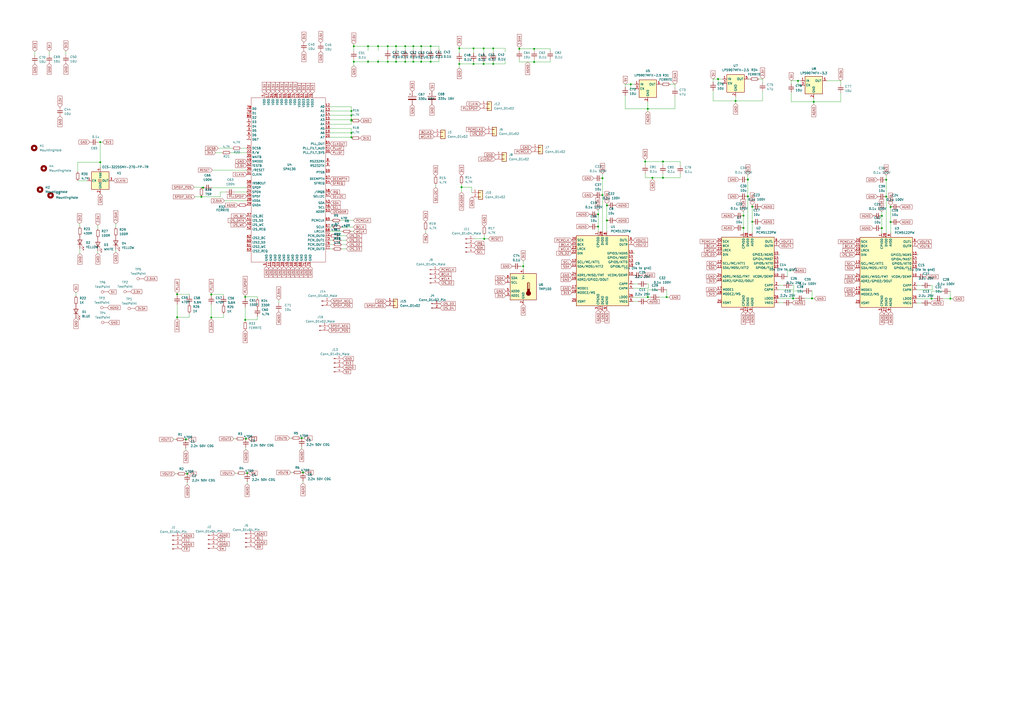
<source format=kicad_sch>
(kicad_sch (version 20230121) (generator eeschema)
  (paper "A2")
  (junction (at 116.84 114.173))
  (junction (at 386.715 172.339))
  (junction (at 175.768 274.066))
  (junction (at 352.044 119.126))
  (junction (at 274.701 28.067))
  (junction (at 235.077 35.814))
  (junction (at 352.044 127.889))
  (junction (at 511.556 125.222))
  (junction (at 224.917 26.797))
  (junction (at 107.823 254.889))
  (junction (at 431.292 125.095))
  (junction (at 239.776 26.797))
  (junction (at 142.24 185.547))
  (junction (at 122.555 170.815))
  (junction (at 267.716 108.585))
  (junction (at 229.743 26.797))
  (junction (at 374.269 93.726))
  (junction (at 235.077 26.797))
  (junction (at 205.232 26.797))
  (junction (at 303.53 154.432))
  (junction (at 460.121 173.101))
  (junction (at 266.446 28.067))
  (junction (at 301.244 28.321))
  (junction (at 203.835 77.089))
  (junction (at 102.743 170.688))
  (junction (at 431.292 132.207))
  (junction (at 433.832 104.14))
  (junction (at 213.487 35.814))
  (junction (at 266.446 37.084))
  (junction (at 286.131 37.084))
  (junction (at 244.348 35.814))
  (junction (at 349.504 103.378))
  (junction (at 142.621 254.508))
  (junction (at 122.555 184.15))
  (junction (at 274.701 37.084))
  (junction (at 205.232 35.814))
  (junction (at 375.793 63.119))
  (junction (at 286.131 28.067))
  (junction (at 203.835 79.629))
  (junction (at 309.88 28.321))
  (junction (at 516.636 128.778))
  (junction (at 219.329 26.797))
  (junction (at 58.166 82.423))
  (junction (at 224.917 35.814))
  (junction (at 244.348 26.797))
  (junction (at 175.006 254.127))
  (junction (at 540.385 173.228))
  (junction (at 511.556 132.334))
  (junction (at 249.809 35.814))
  (junction (at 471.043 173.101))
  (junction (at 346.964 124.333))
  (junction (at 514.096 114.046))
  (junction (at 280.543 28.067))
  (junction (at 203.835 64.389))
  (junction (at 280.924 138.557))
  (junction (at 384.556 103.124))
  (junction (at 433.832 113.919))
  (junction (at 143.383 274.447))
  (junction (at 108.585 274.828))
  (junction (at 349.504 113.157))
  (junction (at 551.307 173.228))
  (junction (at 102.743 184.023))
  (junction (at 58.166 94.107))
  (junction (at 346.964 131.445))
  (junction (at 280.543 37.084))
  (junction (at 229.743 35.814))
  (junction (at 516.636 120.015))
  (junction (at 436.372 128.651))
  (junction (at 436.372 119.888))
  (junction (at 426.72 58.547))
  (junction (at 514.096 104.267))
  (junction (at 416.56 45.847))
  (junction (at 203.835 69.469))
  (junction (at 203.835 66.929))
  (junction (at 117.856 108.839))
  (junction (at 378.46 103.124))
  (junction (at 203.835 69.977))
  (junction (at 309.88 35.941))
  (junction (at 472.059 59.055))
  (junction (at 213.487 26.797))
  (junction (at 365.887 48.895))
  (junction (at 142.24 172.212))
  (junction (at 462.915 46.863))
  (junction (at 384.556 93.726))
  (junction (at 219.329 35.814))
  (junction (at 239.776 35.814))
  (junction (at 375.793 172.339))
  (junction (at 249.809 26.797))
  (wire (pts (xy 144.145 254.508) (xy 142.621 254.508)))
  (wire (pts (xy 235.077 35.814) (xy 239.776 35.814)))
  (wire (pts (xy 142.24 185.547) (xy 142.24 186.436)))
  (wire (pts (xy 122.555 170.815) (xy 122.555 171.577)))
  (wire (pts (xy 511.302 122.682) (xy 511.556 122.682)))
  (wire (pts (xy 20.193 32.004) (xy 20.193 29.845)))
  (wire (pts (xy 205.232 26.797) (xy 205.232 29.464)))
  (wire (pts (xy 203.835 79.629) (xy 203.835 80.137)))
  (wire (pts (xy 108.966 274.828) (xy 108.585 274.828)))
  (wire (pts (xy 454.406 165.481) (xy 451.612 165.481)))
  (wire (pts (xy 109.855 171.577) (xy 109.855 170.688)))
  (wire (pts (xy 235.077 34.29) (xy 235.077 35.814)))
  (wire (pts (xy 426.72 59.944) (xy 426.72 58.547)))
  (wire (pts (xy 239.776 29.337) (xy 239.776 26.797)))
  (wire (pts (xy 169.926 274.066) (xy 168.783 274.066)))
  (wire (pts (xy 274.701 35.814) (xy 274.701 37.084)))
  (wire (pts (xy 45.085 104.775) (xy 50.546 104.775)))
  (wire (pts (xy 309.88 28.321) (xy 301.244 28.321)))
  (wire (pts (xy 352.044 119.126) (xy 352.044 127.889)))
  (wire (pts (xy 286.131 28.067) (xy 280.543 28.067)))
  (wire (pts (xy 456.819 156.972) (xy 456.819 160.401)))
  (wire (pts (xy 378.46 104.013) (xy 378.46 103.124)))
  (wire (pts (xy 143.383 280.67) (xy 143.383 279.527)))
  (wire (pts (xy 511.556 132.334) (xy 511.556 135.128)))
  (wire (pts (xy 46.101 129.794) (xy 46.355 131.572)))
  (wire (pts (xy 149.352 183.515) (xy 149.225 185.547)))
  (wire (pts (xy 286.131 37.084) (xy 280.543 37.084)))
  (wire (pts (xy 191.389 66.929) (xy 203.835 66.929)))
  (wire (pts (xy 487.68 53.975) (xy 487.68 59.055)))
  (wire (pts (xy 540.385 173.228) (xy 531.876 173.228)))
  (wire (pts (xy 552.577 173.228) (xy 551.307 173.228)))
  (wire (pts (xy 374.269 93.726) (xy 374.269 95.631)))
  (wire (pts (xy 346.964 131.445) (xy 346.964 134.239)))
  (wire (pts (xy 391.541 56.007) (xy 391.541 63.119)))
  (wire (pts (xy 246.888 133.604) (xy 246.888 135.255)))
  (wire (pts (xy 122.555 176.657) (xy 122.555 184.15)))
  (wire (pts (xy 149.352 172.212) (xy 142.24 172.212)))
  (wire (pts (xy 309.88 29.337) (xy 309.88 28.321)))
  (wire (pts (xy 309.88 34.417) (xy 309.88 35.941)))
  (wire (pts (xy 384.556 93.726) (xy 374.269 93.726)))
  (wire (pts (xy 516.636 118.999) (xy 516.636 120.015)))
  (wire (pts (xy 192.913 131.699) (xy 191.389 131.699)))
  (wire (pts (xy 203.835 61.849) (xy 191.389 61.849)))
  (wire (pts (xy 142.24 178.054) (xy 142.24 185.547)))
  (wire (pts (xy 254.635 26.797) (xy 254.635 28.956)))
  (wire (pts (xy 388.747 48.895) (xy 391.541 48.895)))
  (wire (pts (xy 413.639 45.847) (xy 416.56 45.847)))
  (wire (pts (xy 58.166 82.423) (xy 57.15 82.423)))
  (wire (pts (xy 102.743 170.688) (xy 102.743 171.45)))
  (wire (pts (xy 200.914 141.859) (xy 198.374 141.859)))
  (wire (pts (xy 107.823 254.889) (xy 107.061 254.889)))
  (wire (pts (xy 540.766 168.148) (xy 531.876 168.148)))
  (wire (pts (xy 191.389 79.629) (xy 203.835 79.629)))
  (wire (pts (xy 133.858 88.519) (xy 143.129 88.519)))
  (wire (pts (xy 213.487 35.814) (xy 205.232 35.814)))
  (wire (pts (xy 109.093 254.889) (xy 107.823 254.889)))
  (wire (pts (xy 142.621 260.731) (xy 142.621 259.588)))
  (wire (pts (xy 472.313 173.228) (xy 472.313 173.101)))
  (wire (pts (xy 204.978 127.889) (xy 197.485 127.889)))
  (wire (pts (xy 149.352 173.228) (xy 149.352 172.212)))
  (wire (pts (xy 192.913 139.319) (xy 191.389 139.319)))
  (wire (pts (xy 244.348 34.417) (xy 244.348 35.814)))
  (wire (pts (xy 122.936 108.839) (xy 143.129 108.839)))
  (wire (pts (xy 122.555 170.053) (xy 122.555 170.815)))
  (wire (pts (xy 292.989 37.084) (xy 286.131 37.084)))
  (wire (pts (xy 454.406 175.641) (xy 451.612 175.641)))
  (wire (pts (xy 416.56 48.387) (xy 416.56 45.847)))
  (wire (pts (xy 375.793 59.055) (xy 375.793 63.119)))
  (wire (pts (xy 224.917 26.797) (xy 229.743 26.797)))
  (wire (pts (xy 130.175 116.459) (xy 143.129 116.459)))
  (wire (pts (xy 224.917 34.29) (xy 224.917 35.814)))
  (wire (pts (xy 292.989 28.067) (xy 292.989 30.226)))
  (wire (pts (xy 370.078 164.719) (xy 367.284 164.719)))
  (wire (pts (xy 365.887 51.435) (xy 365.887 48.895)))
  (wire (pts (xy 514.096 114.046) (xy 514.096 135.128)))
  (wire (pts (xy 375.793 64.516) (xy 375.793 63.119)))
  (wire (pts (xy 460.121 168.783) (xy 465.963 168.783)))
  (wire (pts (xy 126.619 85.979) (xy 134.747 85.979)))
  (wire (pts (xy 539.75 165.608) (xy 540.766 165.608)))
  (wire (pts (xy 394.589 103.124) (xy 384.556 103.124)))
  (wire (pts (xy 123.19 98.679) (xy 143.129 98.679)))
  (wire (pts (xy 487.68 46.863) (xy 487.68 48.895)))
  (wire (pts (xy 191.389 74.549) (xy 203.835 74.549)))
  (wire (pts (xy 200.914 139.319) (xy 197.993 139.319)))
  (wire (pts (xy 362.712 48.895) (xy 365.887 48.895)))
  (wire (pts (xy 413.639 52.578) (xy 413.639 58.547)))
  (wire (pts (xy 368.173 51.435) (xy 365.887 51.435)))
  (wire (pts (xy 301.244 28.321) (xy 301.244 29.337)))
  (wire (pts (xy 319.151 35.941) (xy 319.151 34.417)))
  (wire (pts (xy 254.635 26.797) (xy 249.809 26.797)))
  (wire (pts (xy 144.145 274.447) (xy 143.383 274.447)))
  (wire (pts (xy 139.827 85.979) (xy 143.129 85.979)))
  (wire (pts (xy 175.006 260.35) (xy 175.006 259.207)))
  (wire (pts (xy 384.556 103.124) (xy 378.46 103.124)))
  (wire (pts (xy 122.555 184.15) (xy 129.667 184.15)))
  (wire (pts (xy 352.044 118.11) (xy 352.044 119.126)))
  (wire (pts (xy 266.446 28.067) (xy 266.446 30.734)))
  (wire (pts (xy 273.685 108.585) (xy 267.716 108.585)))
  (wire (pts (xy 391.541 48.895) (xy 391.541 50.927)))
  (wire (pts (xy 387.985 172.466) (xy 387.985 172.339)))
  (wire (pts (xy 514.096 101.6) (xy 514.096 104.267)))
  (wire (pts (xy 433.832 113.919) (xy 433.832 135.001)))
  (wire (pts (xy 28.575 31.75) (xy 28.575 29.591)))
  (wire (pts (xy 229.743 34.29) (xy 229.743 35.814)))
  (wire (pts (xy 129.667 170.815) (xy 122.555 170.815)))
  (wire (pts (xy 461.645 173.101) (xy 460.121 173.101)))
  (wire (pts (xy 129.667 181.864) (xy 129.667 184.15)))
  (wire (pts (xy 362.712 50.546) (xy 362.712 48.895)))
  (wire (pts (xy 129.667 171.704) (xy 129.667 170.815)))
  (wire (pts (xy 59.563 82.423) (xy 58.166 82.423)))
  (wire (pts (xy 303.53 154.432) (xy 303.53 156.21)))
  (wire (pts (xy 471.043 168.783) (xy 471.043 173.101)))
  (wire (pts (xy 204.978 134.239) (xy 203.708 134.239)))
  (wire (pts (xy 122.555 184.15) (xy 122.555 185.039)))
  (wire (pts (xy 101.981 254.889) (xy 100.838 254.889)))
  (wire (pts (xy 249.809 34.163) (xy 249.809 35.814)))
  (wire (pts (xy 280.543 30.607) (xy 280.543 28.067)))
  (wire (pts (xy 301.244 27.559) (xy 301.244 28.321)))
  (wire (pts (xy 266.446 28.067) (xy 274.701 28.067)))
  (wire (pts (xy 292.989 35.306) (xy 292.989 37.084)))
  (wire (pts (xy 458.978 59.055) (xy 472.059 59.055)))
  (wire (pts (xy 200.914 144.399) (xy 198.12 144.399)))
  (wire (pts (xy 431.292 125.095) (xy 431.292 132.207)))
  (wire (pts (xy 229.743 26.797) (xy 235.077 26.797)))
  (wire (pts (xy 45.085 94.107) (xy 58.166 94.107)))
  (wire (pts (xy 143.383 274.447) (xy 142.621 274.447)))
  (wire (pts (xy 203.835 69.469) (xy 203.835 69.977)))
  (wire (pts (xy 38.227 31.75) (xy 38.227 29.591)))
  (wire (pts (xy 203.835 61.849) (xy 203.835 64.389)))
  (wire (pts (xy 102.743 274.828) (xy 101.6 274.828)))
  (wire (pts (xy 552.577 173.355) (xy 552.577 173.228)))
  (wire (pts (xy 193.294 141.859) (xy 191.389 141.859)))
  (wire (pts (xy 460.502 168.021) (xy 451.612 168.021)))
  (wire (pts (xy 56.769 130.683) (xy 56.769 132.842)))
  (wire (pts (xy 267.716 106.807) (xy 267.716 108.585)))
  (wire (pts (xy 107.823 261.112) (xy 107.823 259.969)))
  (wire (pts (xy 280.543 37.084) (xy 274.701 37.084)))
  (wire (pts (xy 191.389 77.089) (xy 203.835 77.089)))
  (wire (pts (xy 462.915 46.863) (xy 464.439 46.863)))
  (wire (pts (xy 267.716 108.585) (xy 267.716 111.506)))
  (wire (pts (xy 460.121 168.783) (xy 460.121 173.101)))
  (wire (pts (xy 274.701 30.734) (xy 274.701 28.067)))
  (wire (pts (xy 142.24 185.547) (xy 149.225 185.547)))
  (wire (pts (xy 374.269 92.583) (xy 374.269 93.726)))
  (wire (pts (xy 176.784 274.066) (xy 175.768 274.066)))
  (wire (pts (xy 175.768 274.066) (xy 175.006 274.066)))
  (wire (pts (xy 377.317 172.339) (xy 375.793 172.339)))
  (wire (pts (xy 274.701 37.084) (xy 266.446 37.084)))
  (wire (pts (xy 203.835 74.549) (xy 203.835 77.089)))
  (wire (pts (xy 472.059 60.452) (xy 472.059 59.055)))
  (wire (pts (xy 442.341 52.959) (xy 442.341 58.547)))
  (wire (pts (xy 419.1 48.387) (xy 416.56 48.387)))
  (wire (pts (xy 108.585 274.828) (xy 107.823 274.828)))
  (wire (pts (xy 203.835 77.089) (xy 203.835 79.629)))
  (wire (pts (xy 301.244 34.417) (xy 301.244 35.941)))
  (wire (pts (xy 541.909 173.228) (xy 540.385 173.228)))
  (wire (pts (xy 203.835 66.929) (xy 203.835 69.469)))
  (wire (pts (xy 109.855 181.737) (xy 109.855 184.023)))
  (wire (pts (xy 442.341 45.847) (xy 442.341 47.879)))
  (wire (pts (xy 376.174 164.719) (xy 376.174 167.259)))
  (wire (pts (xy 191.389 64.389) (xy 203.835 64.389)))
  (wire (pts (xy 384.556 95.758) (xy 384.556 93.726)))
  (wire (pts (xy 125.095 88.519) (xy 128.778 88.519)))
  (wire (pts (xy 273.685 111.76) (xy 273.685 108.585)))
  (wire (pts (xy 116.84 108.839) (xy 117.856 108.839)))
  (wire (pts (xy 142.24 171.45) (xy 142.24 172.212)))
  (wire (pts (xy 175.768 280.289) (xy 175.768 279.146)))
  (wire (pts (xy 142.24 172.212) (xy 142.24 172.974)))
  (wire (pts (xy 280.924 136.271) (xy 280.924 138.557)))
  (wire (pts (xy 200.914 136.779) (xy 196.469 136.779)))
  (wire (pts (xy 479.679 46.863) (xy 487.68 46.863)))
  (wire (pts (xy 516.636 128.778) (xy 516.636 135.128)))
  (wire (pts (xy 431.038 122.555) (xy 431.292 122.555)))
  (wire (pts (xy 127.762 111.379) (xy 127.762 114.173)))
  (wire (pts (xy 286.131 30.48) (xy 286.131 28.067)))
  (wire (pts (xy 229.743 29.21) (xy 229.743 26.797)))
  (wire (pts (xy 67.183 146.304) (xy 67.183 144.653)))
  (wire (pts (xy 540.766 165.608) (xy 540.766 168.148)))
  (wire (pts (xy 102.743 184.023) (xy 102.743 184.912)))
  (wire (pts (xy 136.779 254.508) (xy 135.636 254.508)))
  (wire (pts (xy 362.712 63.119) (xy 375.793 63.119)))
  (wire (pts (xy 275.082 138.557) (xy 280.924 138.557)))
  (wire (pts (xy 370.078 174.879) (xy 367.284 174.879)))
  (wire (pts (xy 436.372 128.651) (xy 436.372 135.001)))
  (wire (pts (xy 365.887 48.895) (xy 368.173 48.895)))
  (wire (pts (xy 551.307 173.228) (xy 546.989 173.228)))
  (wire (pts (xy 514.096 104.267) (xy 514.096 114.046)))
  (wire (pts (xy 378.46 103.124) (xy 374.269 103.124)))
  (wire (pts (xy 458.978 48.514) (xy 458.978 46.863)))
  (wire (pts (xy 280.924 138.557) (xy 283.337 138.557)))
  (wire (pts (xy 149.352 178.435) (xy 149.352 178.308)))
  (wire (pts (xy 46.355 147.066) (xy 46.355 144.272)))
  (wire (pts (xy 252.73 107.061) (xy 252.73 108.712)))
  (wire (pts (xy 413.639 47.498) (xy 413.639 45.847)))
  (wire (pts (xy 224.917 35.814) (xy 229.743 35.814)))
  (wire (pts (xy 301.244 35.941) (xy 309.88 35.941)))
  (wire (pts (xy 376.174 167.259) (xy 367.284 167.259)))
  (wire (pts (xy 224.917 26.797) (xy 219.329 26.797)))
  (wire (pts (xy 459.486 165.481) (xy 460.502 165.481)))
  (wire (pts (xy 205.232 35.814) (xy 205.232 34.544)))
  (wire (pts (xy 471.043 173.101) (xy 466.725 173.101)))
  (wire (pts (xy 102.743 184.023) (xy 109.855 184.023)))
  (wire (pts (xy 534.67 165.608) (xy 531.876 165.608)))
  (wire (pts (xy 472.313 173.101) (xy 471.043 173.101)))
  (wire (pts (xy 464.439 49.403) (xy 462.915 49.403)))
  (wire (pts (xy 460.502 165.481) (xy 460.502 168.021)))
  (wire (pts (xy 109.855 170.688) (xy 102.743 170.688)))
  (wire (pts (xy 235.077 29.21) (xy 235.077 26.797)))
  (wire (pts (xy 433.832 104.14) (xy 433.832 113.919)))
  (wire (pts (xy 44.069 169.799) (xy 44.069 171.704)))
  (wire (pts (xy 440.182 45.847) (xy 442.341 45.847)))
  (wire (pts (xy 239.776 35.814) (xy 244.348 35.814)))
  (wire (pts (xy 362.712 55.626) (xy 362.712 63.119)))
  (wire (pts (xy 116.84 114.173) (xy 127.762 114.173)))
  (wire (pts (xy 254.635 34.036) (xy 254.635 35.814)))
  (wire (pts (xy 58.166 94.107) (xy 58.166 97.155)))
  (wire (pts (xy 391.541 63.119) (xy 375.793 63.119)))
  (wire (pts (xy 137.541 274.447) (xy 136.398 274.447)))
  (wire (pts (xy 192.405 127.889) (xy 191.389 127.889)))
  (wire (pts (xy 142.621 254.508) (xy 141.859 254.508)))
  (wire (pts (xy 213.487 26.797) (xy 219.329 26.797)))
  (wire (pts (xy 352.044 127.889) (xy 352.044 134.239)))
  (wire (pts (xy 426.72 56.007) (xy 426.72 58.547)))
  (wire (pts (xy 176.403 254.127) (xy 175.006 254.127)))
  (wire (pts (xy 309.88 35.941) (xy 319.151 35.941)))
  (wire (pts (xy 286.131 28.067) (xy 292.989 28.067)))
  (wire (pts (xy 67.183 129.794) (xy 67.183 131.953)))
  (wire (pts (xy 205.232 25.654) (xy 205.232 26.797)))
  (wire (pts (xy 45.085 99.695) (xy 45.085 94.107)))
  (wire (pts (xy 394.589 93.726) (xy 384.556 93.726)))
  (wire (pts (xy 266.446 37.084) (xy 266.446 35.814)))
  (wire (pts (xy 458.978 46.863) (xy 462.915 46.863)))
  (wire (pts (xy 516.636 120.015) (xy 516.636 128.778)))
  (wire (pts (xy 244.348 26.797) (xy 249.809 26.797)))
  (wire (pts (xy 266.446 39.37) (xy 266.446 37.084)))
  (wire (pts (xy 102.743 169.926) (xy 102.743 170.688)))
  (wire (pts (xy 532.765 147.828) (xy 531.876 147.828)))
  (wire (pts (xy 346.71 121.793) (xy 346.964 121.793)))
  (wire (pts (xy 244.348 35.814) (xy 249.809 35.814)))
  (wire (pts (xy 309.88 28.321) (xy 319.151 28.321)))
  (wire (pts (xy 436.372 119.888) (xy 436.372 128.651)))
  (wire (pts (xy 136.144 111.379) (xy 143.129 111.379)))
  (wire (pts (xy 239.776 26.797) (xy 235.077 26.797)))
  (wire (pts (xy 459.994 156.972) (xy 456.819 156.972)))
  (wire (pts (xy 375.793 168.021) (xy 375.793 172.339)))
  (wire (pts (xy 551.307 168.91) (xy 551.307 173.228)))
  (wire (pts (xy 219.329 35.814) (xy 213.487 35.814)))
  (wire (pts (xy 383.413 48.895) (xy 383.667 48.895)))
  (wire (pts (xy 219.329 34.417) (xy 219.329 35.814)))
  (wire (pts (xy 193.04 144.399) (xy 191.389 144.399)))
  (wire (pts (xy 540.385 168.91) (xy 546.227 168.91)))
  (wire (pts (xy 191.389 69.469) (xy 203.835 69.469)))
  (wire (pts (xy 224.917 29.21) (xy 224.917 26.797)))
  (wire (pts (xy 58.166 82.423) (xy 58.166 94.107)))
  (wire (pts (xy 198.628 134.239) (xy 191.389 134.239)))
  (wire (pts (xy 244.348 29.337) (xy 244.348 26.797)))
  (wire (pts (xy 266.446 26.924) (xy 266.446 28.067)))
  (wire (pts (xy 239.776 26.797) (xy 244.348 26.797)))
  (wire (pts (xy 229.743 35.814) (xy 235.077 35.814)))
  (wire (pts (xy 280.543 35.687) (xy 280.543 37.084)))
  (wire (pts (xy 375.793 168.021) (xy 381.635 168.021)))
  (wire (pts (xy 203.835 64.389) (xy 203.835 66.929)))
  (wire (pts (xy 462.915 49.403) (xy 462.915 46.863)))
  (wire (pts (xy 386.715 172.339) (xy 382.397 172.339)))
  (wire (pts (xy 203.835 72.009) (xy 191.389 72.009)))
  (wire (pts (xy 203.835 69.977) (xy 203.835 72.009)))
  (wire (pts (xy 431.292 132.207) (xy 431.292 135.001)))
  (wire (pts (xy 56.769 146.939) (xy 56.769 145.542)))
  (wire (pts (xy 108.585 281.051) (xy 108.585 279.908)))
  (wire (pts (xy 452.501 147.701) (xy 451.612 147.701)))
  (wire (pts (xy 349.504 100.711) (xy 349.504 103.378)))
  (wire (pts (xy 434.34 45.847) (xy 435.102 45.847)))
  (wire (pts (xy 511.556 125.222) (xy 511.556 132.334)))
  (wire (pts (xy 442.341 58.547) (xy 426.72 58.547)))
  (wire (pts (xy 349.504 103.378) (xy 349.504 113.157)))
  (wire (pts (xy 349.504 113.157) (xy 349.504 134.239)))
  (wire (pts (xy 460.121 173.101) (xy 451.612 173.101)))
  (wire (pts (xy 204.978 131.699) (xy 197.993 131.699)))
  (wire (pts (xy 456.819 160.401) (xy 456.692 160.401)))
  (wire (pts (xy 274.701 28.067) (xy 280.543 28.067)))
  (wire (pts (xy 511.556 122.682) (xy 511.556 125.222)))
  (wire (pts (xy 319.151 28.321) (xy 319.151 29.337)))
  (wire (pts (xy 303.53 151.384) (xy 303.53 154.432)))
  (wire (pts (xy 161.671 175.768) (xy 161.671 173.99)))
  (wire (pts (xy 302.133 154.432) (xy 303.53 154.432)))
  (wire (pts (xy 386.715 168.021) (xy 386.715 172.339)))
  (wire (pts (xy 127.762 111.379) (xy 131.064 111.379)))
  (wire (pts (xy 436.372 118.872) (xy 436.372 119.888)))
  (wire (pts (xy 413.639 58.547) (xy 426.72 58.547)))
  (wire (pts (xy 416.56 45.847) (xy 419.1 45.847)))
  (wire (pts (xy 224.917 35.814) (xy 219.329 35.814)))
  (wire (pts (xy 433.832 101.473) (xy 433.832 104.14)))
  (wire (pts (xy 117.856 108.839) (xy 117.856 108.585)))
  (wire (pts (xy 116.84 114.173) (xy 113.03 114.173)))
  (wire (pts (xy 254.635 35.814) (xy 249.809 35.814)))
  (wire (pts (xy 213.487 29.464) (xy 213.487 26.797)))
  (wire (pts (xy 540.385 168.91) (xy 540.385 173.228)))
  (wire (pts (xy 239.776 34.417) (xy 239.776 35.814)))
  (wire (pts (xy 384.556 100.838) (xy 384.556 103.124)))
  (wire (pts (xy 387.985 172.339) (xy 386.715 172.339)))
  (wire (pts (xy 102.743 176.53) (xy 102.743 184.023)))
  (wire (pts (xy 394.589 95.885) (xy 394.589 93.726)))
  (wire (pts (xy 394.589 100.965) (xy 394.589 103.124)))
  (wire (pts (xy 205.232 26.797) (xy 213.487 26.797)))
  (wire (pts (xy 534.67 175.768) (xy 531.876 175.768)))
  (wire (pts (xy 375.158 164.719) (xy 376.174 164.719)))
  (wire (pts (xy 286.131 35.56) (xy 286.131 37.084)))
  (wire (pts (xy 431.292 122.555) (xy 431.292 125.095)))
  (wire (pts (xy 219.329 29.337) (xy 219.329 26.797)))
  (wire (pts (xy 169.164 254.127) (xy 168.021 254.127)))
  (wire (pts (xy 346.964 124.333) (xy 346.964 131.445)))
  (wire (pts (xy 388.112 172.466) (xy 387.985 172.466)))
  (wire (pts (xy 175.006 254.127) (xy 174.244 254.127)))
  (wire (pts (xy 346.964 121.793) (xy 346.964 124.333)))
  (wire (pts (xy 458.978 53.594) (xy 458.978 59.055)))
  (wire (pts (xy 112.649 108.585) (xy 117.856 108.585)))
  (wire (pts (xy 375.793 172.339) (xy 367.284 172.339)))
  (wire (pts (xy 472.059 57.023) (xy 472.059 59.055)))
  (wire (pts (xy 249.809 26.797) (xy 249.809 29.083)))
  (wire (pts (xy 552.704 173.355) (xy 552.577 173.355)))
  (wire (pts (xy 368.173 146.939) (xy 367.284 146.939)))
  (wire (pts (xy 116.84 113.919) (xy 116.84 114.173)))
  (wire (pts (xy 487.68 59.055) (xy 472.059 59.055)))
  (wire (pts (xy 213.487 34.544) (xy 213.487 35.814)))
  (wire (pts (xy 205.232 38.1) (xy 205.232 35.814)))
  (wire (pts (xy 472.44 173.228) (xy 472.313 173.228)))
  (wire (pts (xy 374.269 103.124) (xy 374.269 100.711)))
  (global_label "GND" (shape input) (at 62.865 187.071 0) (property "Intersheetrefs" "${INTERSHEET_REFS}" (effects hide)))
  (global_label "GND" (shape input) (at 44.069 184.404 270) (property "Intersheetrefs" "${INTERSHEET_REFS}" (effects hide)))
  (global_label "GND" (shape input) (at 496.316 168.148 180) (property "Intersheetrefs" "${INTERSHEET_REFS}" (effects hide)))
  (global_label "2.5VA" (shape input) (at 391.541 48.895 90) (property "Intersheetrefs" "${INTERSHEET_REFS}" (effects hide)))
  (global_label "GND" (shape input) (at 514.096 180.848 270) (property "Intersheetrefs" "${INTERSHEET_REFS}" (effects hide)))
  (global_label "2.5V" (shape input) (at 56.769 130.683 90) (property "Intersheetrefs" "${INTERSHEET_REFS}" (effects hide)))
  (global_label "2.5V" (shape input) (at 160.909 54.229 90) (property "Intersheetrefs" "${INTERSHEET_REFS}" (effects hide)))
  (global_label "PLLAF" (shape input) (at 102.743 169.926 90) (property "Intersheetrefs" "${INTERSHEET_REFS}" (effects hide)))
  (global_label "GND" (shape input) (at 46.355 147.066 270) (property "Intersheetrefs" "${INTERSHEET_REFS}" (effects hide)))
  (global_label "3V3A" (shape input) (at 431.038 122.555 90) (property "Intersheetrefs" "${INTERSHEET_REFS}" (effects hide)))
  (global_label "VOUT1" (shape input) (at 100.838 254.889 180) (property "Intersheetrefs" "${INTERSHEET_REFS}" (effects hide)))
  (global_label "GND" (shape input) (at 472.44 173.228 0) (property "Intersheetrefs" "${INTERSHEET_REFS}" (effects hide)))
  (global_label "I2S_D3" (shape input) (at 200.914 144.399 0) (property "Intersheetrefs" "${INTERSHEET_REFS}" (effects hide)))
  (global_label "SDA" (shape input) (at 496.316 155.448 180) (property "Intersheetrefs" "${INTERSHEET_REFS}" (effects hide)))
  (global_label "2.5V" (shape input) (at 205.232 25.654 90) (property "Intersheetrefs" "${INTERSHEET_REFS}" (effects hide)))
  (global_label "GND" (shape input) (at 167.259 154.559 270) (property "Intersheetrefs" "${INTERSHEET_REFS}" (effects hide)))
  (global_label "AGND" (shape input) (at 539.75 175.768 0) (property "Intersheetrefs" "${INTERSHEET_REFS}" (effects hide)))
  (global_label "AGND" (shape input) (at 357.124 119.126 0) (property "Intersheetrefs" "${INTERSHEET_REFS}" (effects hide)))
  (global_label "GND" (shape input) (at 58.166 112.395 270) (property "Intersheetrefs" "${INTERSHEET_REFS}" (effects hide)))
  (global_label "VOUT6" (shape input) (at 531.876 142.748 0) (property "Intersheetrefs" "${INTERSHEET_REFS}" (effects hide)))
  (global_label "GND" (shape input) (at 344.424 113.157 180) (property "Intersheetrefs" "${INTERSHEET_REFS}" (effects hide)))
  (global_label "AGND" (shape input) (at 161.671 180.848 270) (property "Intersheetrefs" "${INTERSHEET_REFS}" (effects hide)))
  (global_label "2.5V" (shape input) (at 165.989 54.229 90) (property "Intersheetrefs" "${INTERSHEET_REFS}" (effects hide)))
  (global_label "3V3" (shape input) (at 181.229 54.229 90) (property "Intersheetrefs" "${INTERSHEET_REFS}" (effects hide)))
  (global_label "BCLK3" (shape input) (at 251.841 76.708 180) (property "Intersheetrefs" "${INTERSHEET_REFS}" (effects hide)))
  (global_label "3V3" (shape input) (at 266.446 26.924 90) (property "Intersheetrefs" "${INTERSHEET_REFS}" (effects hide)))
  (global_label "GND" (shape input) (at 250.571 60.579 270) (property "Intersheetrefs" "${INTERSHEET_REFS}" (effects hide)))
  (global_label "3V3" (shape input) (at 208.915 80.137 0) (property "Intersheetrefs" "${INTERSHEET_REFS}" (effects hide)))
  (global_label "GND" (shape input) (at 428.752 113.919 180) (property "Intersheetrefs" "${INTERSHEET_REFS}" (effects hide)))
  (global_label "3V3" (shape input) (at 239.141 53.086 90) (property "Intersheetrefs" "${INTERSHEET_REFS}" (effects hide)))
  (global_label "GND" (shape input) (at 143.129 93.599 180) (property "Intersheetrefs" "${INTERSHEET_REFS}" (effects hide)))
  (global_label "PCMCLK" (shape input) (at 254.381 156.464 0) (property "Intersheetrefs" "${INTERSHEET_REFS}" (effects hide)))
  (global_label "AGND" (shape input) (at 306.07 35.941 270) (property "Intersheetrefs" "${INTERSHEET_REFS}" (effects hide)))
  (global_label "SELI2C" (shape input) (at 191.389 113.919 0) (property "Intersheetrefs" "${INTERSHEET_REFS}" (effects hide)))
  (global_label "3V3" (shape input) (at 176.149 54.229 90) (property "Intersheetrefs" "${INTERSHEET_REFS}" (effects hide)))
  (global_label "I2S_D2" (shape input) (at 200.914 141.859 0) (property "Intersheetrefs" "${INTERSHEET_REFS}" (effects hide)))
  (global_label "I2S_D4" (shape input) (at 200.914 136.779 0) (property "Intersheetrefs" "${INTERSHEET_REFS}" (effects hide)))
  (global_label "CLKIN" (shape input) (at 65.786 104.775 0) (property "Intersheetrefs" "${INTERSHEET_REFS}" (effects hide)))
  (global_label "AGND" (shape input) (at 536.956 160.528 0) (property "Intersheetrefs" "${INTERSHEET_REFS}" (effects hide)))
  (global_label "AGND" (shape input) (at 125.73 315.595 0) (property "Intersheetrefs" "${INTERSHEET_REFS}" (effects hide)))
  (global_label "GND" (shape input) (at 388.112 172.466 0) (property "Intersheetrefs" "${INTERSHEET_REFS}" (effects hide)))
  (global_label "5V" (shape input) (at 62.738 169.291 0) (property "Intersheetrefs" "${INTERSHEET_REFS}" (effects hide)))
  (global_label "I2CADDR" (shape input) (at 267.716 111.506 270) (property "Intersheetrefs" "${INTERSHEET_REFS}" (effects hide)))
  (global_label "SPDIF_NEG" (shape input) (at 113.03 114.173 180) (property "Intersheetrefs" "${INTERSHEET_REFS}" (effects hide)))
  (global_label "3V3" (shape input) (at 198.755 210.566 0) (property "Intersheetrefs" "${INTERSHEET_REFS}" (effects hide)))
  (global_label "CLKIN" (shape input) (at 143.129 101.219 180) (property "Intersheetrefs" "${INTERSHEET_REFS}" (effects hide)))
  (global_label "3V3" (shape input) (at 303.53 151.384 90) (property "Intersheetrefs" "${INTERSHEET_REFS}" (effects hide)))
  (global_label "VOUT5" (shape input) (at 531.876 140.208 0) (property "Intersheetrefs" "${INTERSHEET_REFS}" (effects hide)))
  (global_label "SELI2C" (shape input) (at 252.73 108.712 270) (property "Intersheetrefs" "${INTERSHEET_REFS}" (effects hide)))
  (global_label "GND" (shape input) (at 162.179 154.559 270) (property "Intersheetrefs" "${INTERSHEET_REFS}" (effects hide)))
  (global_label "3V3" (shape input) (at 38.227 29.591 90) (property "Intersheetrefs" "${INTERSHEET_REFS}" (effects hide)))
  (global_label "3V3A" (shape input) (at 346.71 121.793 90) (property "Intersheetrefs" "${INTERSHEET_REFS}" (effects hide)))
  (global_label "SW" (shape input) (at 125.73 318.135 0) (property "Intersheetrefs" "${INTERSHEET_REFS}" (effects hide)))
  (global_label "FR" (shape input) (at 108.966 274.828 0) (property "Intersheetrefs" "${INTERSHEET_REFS}" (effects hide)))
  (global_label "3V3A" (shape input) (at 352.044 118.11 90) (property "Intersheetrefs" "${INTERSHEET_REFS}" (effects hide)))
  (global_label "GND" (shape input) (at 416.052 160.401 180) (property "Intersheetrefs" "${INTERSHEET_REFS}" (effects hide)))
  (global_label "AGND" (shape input) (at 441.452 119.888 0) (property "Intersheetrefs" "${INTERSHEET_REFS}" (effects hide)))
  (global_label "VOUT5" (shape input) (at 168.021 254.127 180) (property "Intersheetrefs" "${INTERSHEET_REFS}" (effects hide)))
  (global_label "2.5V" (shape input) (at 143.129 96.139 180) (property "Intersheetrefs" "${INTERSHEET_REFS}" (effects hide)))
  (global_label "GND" (shape input) (at 293.37 168.91 180) (property "Intersheetrefs" "${INTERSHEET_REFS}" (effects hide)))
  (global_label "PLLSPDIF" (shape input) (at 278.765 62.865 180) (property "Intersheetrefs" "${INTERSHEET_REFS}" (effects hide)))
  (global_label "5V" (shape input) (at 44.069 169.799 90) (property "Intersheetrefs" "${INTERSHEET_REFS}" (effects hide)))
  (global_label "WCLK" (shape input) (at 204.978 134.239 0) (property "Intersheetrefs" "${INTERSHEET_REFS}" (effects hide)))
  (global_label "AGND" (shape input) (at 375.158 174.879 0) (property "Intersheetrefs" "${INTERSHEET_REFS}" (effects hide)))
  (global_label "GND" (shape input) (at 157.099 154.559 270) (property "Intersheetrefs" "${INTERSHEET_REFS}" (effects hide)))
  (global_label "GND" (shape input) (at 552.704 173.355 0) (property "Intersheetrefs" "${INTERSHEET_REFS}" (effects hide)))
  (global_label "2.5V" (shape input) (at 163.449 54.229 90) (property "Intersheetrefs" "${INTERSHEET_REFS}" (effects hide)))
  (global_label "GND" (shape input) (at 331.724 159.639 180) (property "Intersheetrefs" "${INTERSHEET_REFS}" (effects hide)))
  (global_label "GND" (shape input) (at 344.424 103.378 180) (property "Intersheetrefs" "${INTERSHEET_REFS}" (effects hide)))
  (global_label "3V3" (shape input) (at 293.37 171.45 180) (property "Intersheetrefs" "${INTERSHEET_REFS}" (effects hide)))
  (global_label "GND" (shape input) (at 154.559 154.559 270) (property "Intersheetrefs" "${INTERSHEET_REFS}" (effects hide)))
  (global_label "CLKOUT" (shape input) (at 191.389 83.439 0) (property "Intersheetrefs" "${INTERSHEET_REFS}" (effects hide)))
  (global_label "AGND" (shape input) (at 142.24 191.516 270) (property "Intersheetrefs" "${INTERSHEET_REFS}" (effects hide)))
  (global_label "SCL" (shape input) (at 275.082 146.177 0) (property "Intersheetrefs" "${INTERSHEET_REFS}" (effects hide)))
  (global_label "AGND" (shape input) (at 175.006 260.35 270) (property "Intersheetrefs" "${INTERSHEET_REFS}" (effects hide)))
  (global_label "GND" (shape input) (at 280.924 131.191 90) (property "Intersheetrefs" "${INTERSHEET_REFS}" (effects hide)))
  (global_label "SDA" (shape input) (at 416.052 155.321 180) (property "Intersheetrefs" "${INTERSHEET_REFS}" (effects hide)))
  (global_label "GND" (shape input) (at 273.685 114.3 270) (property "Intersheetrefs" "${INTERSHEET_REFS}" (effects hide)))
  (global_label "AGND" (shape input) (at 426.212 132.207 180) (property "Intersheetrefs" "${INTERSHEET_REFS}" (effects hide)))
  (global_label "2.5V" (shape input) (at 158.369 54.229 90) (property "Intersheetrefs" "${INTERSHEET_REFS}" (effects hide)))
  (global_label "AGND" (shape input) (at 426.212 125.095 180) (property "Intersheetrefs" "${INTERSHEET_REFS}" (effects hide)))
  (global_label "AGND" (shape input) (at 441.452 128.651 0) (property "Intersheetrefs" "${INTERSHEET_REFS}" (effects hide)))
  (global_label "PCMCLK" (shape input) (at 308.483 88.011 180) (property "Intersheetrefs" "${INTERSHEET_REFS}" (effects hide)))
  (global_label "3V3A" (shape input) (at 487.68 46.863 90) (property "Intersheetrefs" "${INTERSHEET_REFS}" (effects hide)))
  (global_label "3V3A" (shape input) (at 516.636 118.999 90) (property "Intersheetrefs" "${INTERSHEET_REFS}" (effects hide)))
  (global_label "5V" (shape input) (at 250.571 52.959 90) (property "Intersheetrefs" "${INTERSHEET_REFS}" (effects hide)))
  (global_label "SCL" (shape input) (at 191.389 120.269 0) (property "Intersheetrefs" "${INTERSHEET_REFS}" (effects hide)))
  (global_label "3V3A" (shape input) (at 78.232 178.943 0) (property "Intersheetrefs" "${INTERSHEET_REFS}" (effects hide)))
  (global_label "GND" (shape input) (at 198.755 208.026 0) (property "Intersheetrefs" "${INTERSHEET_REFS}" (effects hide)))
  (global_label "2.5V" (shape input) (at 153.289 54.229 90) (property "Intersheetrefs" "${INTERSHEET_REFS}" (effects hide)))
  (global_label "SDA" (shape input) (at 275.082 143.637 0) (property "Intersheetrefs" "${INTERSHEET_REFS}" (effects hide)))
  (global_label "AGND" (shape input) (at 105.029 315.849 0) (property "Intersheetrefs" "${INTERSHEET_REFS}" (effects hide)))
  (global_label "SCL" (shape input) (at 293.37 163.83 180) (property "Intersheetrefs" "${INTERSHEET_REFS}" (effects hide)))
  (global_label "AGND" (shape input) (at 142.621 260.731 270) (property "Intersheetrefs" "${INTERSHEET_REFS}" (effects hide)))
  (global_label "PLLSPDIF" (shape input) (at 143.129 113.919 180) (property "Intersheetrefs" "${INTERSHEET_REFS}" (effects hide)))
  (global_label "DEEMPTH" (shape input) (at 191.389 103.759 0) (property "Intersheetrefs" "${INTERSHEET_REFS}" (effects hide)))
  (global_label "I2S_D2" (shape input) (at 254.381 164.084 0) (property "Intersheetrefs" "${INTERSHEET_REFS}" (effects hide)))
  (global_label "GND" (shape input) (at 186.055 29.845 270) (property "Intersheetrefs" "${INTERSHEET_REFS}" (effects hide)))
  (global_label "GND" (shape input) (at 174.879 154.559 270) (property "Intersheetrefs" "${INTERSHEET_REFS}" (effects hide)))
  (global_label "SDA" (shape input) (at 293.37 161.29 180) (property "Intersheetrefs" "${INTERSHEET_REFS}" (effects hide)))
  (global_label "2.5VA" (shape input) (at 301.244 27.559 90) (property "Intersheetrefs" "${INTERSHEET_REFS}" (effects hide)))
  (global_label "2.5VA" (shape input) (at 83.439 161.671 0) (property "Intersheetrefs" "${INTERSHEET_REFS}" (effects hide)))
  (global_label "GND" (shape input) (at 224.282 174.752 180) (property "Intersheetrefs" "${INTERSHEET_REFS}" (effects hide)))
  (global_label "VOUT1" (shape input) (at 367.284 139.319 0) (property "Intersheetrefs" "${INTERSHEET_REFS}" (effects hide)))
  (global_label "GND" (shape input) (at 287.401 89.789 180) (property "Intersheetrefs" "${INTERSHEET_REFS}" (effects hide)))
  (global_label "2.5V" (shape input) (at 171.069 54.229 90) (property "Intersheetrefs" "${INTERSHEET_REFS}" (effects hide)))
  (global_label "5V" (shape input) (at 362.712 48.895 90) (property "Intersheetrefs" "${INTERSHEET_REFS}" (effects hide)))
  (global_label "AGND" (shape input) (at 62.357 178.435 0) (property "Intersheetrefs" "${INTERSHEET_REFS}" (effects hide)))
  (global_label "GND" (shape input) (at 28.575 36.83 270) (property "Intersheetrefs" "${INTERSHEET_REFS}" (effects hide)))
  (global_label "3V3" (shape input) (at 514.096 101.6 90) (property "Intersheetrefs" "${INTERSHEET_REFS}" (effects hide)))
  (global_label "2.5VA" (shape input) (at 67.183 129.794 90) (property "Intersheetrefs" "${INTERSHEET_REFS}" (effects hide)))
  (global_label "AGND" (shape input) (at 198.755 213.106 0) (property "Intersheetrefs" "${INTERSHEET_REFS}" (effects hide)))
  (global_label "5V" (shape input) (at 28.575 29.591 90) (property "Intersheetrefs" "${INTERSHEET_REFS}" (effects hide)))
  (global_label "PLLAF" (shape input) (at 191.389 85.979 0) (property "Intersheetrefs" "${INTERSHEET_REFS}" (effects hide)))
  (global_label "2.5V" (shape input) (at 34.798 62.23 90) (property "Intersheetrefs" "${INTERSHEET_REFS}" (effects hide)))
  (global_label "SCL" (shape input) (at 331.724 152.019 180) (property "Intersheetrefs" "${INTERSHEET_REFS}" (effects hide)))
  (global_label "RL" (shape input) (at 147.32 312.166 0) (property "Intersheetrefs" "${INTERSHEET_REFS}" (effects hide)))
  (global_label "GND" (shape input) (at 416.052 168.021 180) (property "Intersheetrefs" "${INTERSHEET_REFS}" (effects hide)))
  (global_label "CT" (shape input) (at 144.145 254.508 0) (property "Intersheetrefs" "${INTERSHEET_REFS}" (effects hide)))
  (global_label "GND" (shape input) (at 378.46 104.013 270) (property "Intersheetrefs" "${INTERSHEET_REFS}" (effects hide)))
  (global_label "AGND" (shape input) (at 372.364 159.639 0) (property "Intersheetrefs" "${INTERSHEET_REFS}" (effects hide)))
  (global_label "3V3" (shape input) (at 176.276 24.511 90) (property "Intersheetrefs" "${INTERSHEET_REFS}" (effects hide)))
  (global_label "GND" (shape input) (at 34.798 67.31 270) (property "Intersheetrefs" "${INTERSHEET_REFS}" (effects hide)))
  (global_label "I2S_DATA" (shape input) (at 143.129 127.889 180) (property "Intersheetrefs" "${INTERSHEET_REFS}" (effects hide)))
  (global_label "GND" (shape input) (at 205.232 38.1 270) (property "Intersheetrefs" "${INTERSHEET_REFS}" (effects hide)))
  (global_label "AGND" (shape input) (at 506.476 132.334 180) (property "Intersheetrefs" "${INTERSHEET_REFS}" (effects hide)))
  (global_label "RR" (shape input) (at 147.32 317.246 0) (property "Intersheetrefs" "${INTERSHEET_REFS}" (effects hide)))
  (global_label "AGND" (shape input) (at 175.768 280.289 270) (property "Intersheetrefs" "${INTERSHEET_REFS}" (effects hide)))
  (global_label "AGND" (shape input) (at 125.73 310.515 0) (property "Intersheetrefs" "${INTERSHEET_REFS}" (effects hide)))
  (global_label "VOUT4" (shape input) (at 451.612 142.621 0) (property "Intersheetrefs" "${INTERSHEET_REFS}" (effects hide)))
  (global_label "AGND" (shape input) (at 375.793 64.516 270) (property "Intersheetrefs" "${INTERSHEET_REFS}" (effects hide)))
  (global_label "GND" (shape input) (at 56.769 146.939 270) (property "Intersheetrefs" "${INTERSHEET_REFS}" (effects hide)))
  (global_label "5V" (shape input) (at 198.755 215.646 0) (property "Intersheetrefs" "${INTERSHEET_REFS}" (effects hide)))
  (global_label "3V3" (shape input) (at 433.832 101.473 90) (property "Intersheetrefs" "${INTERSHEET_REFS}" (effects hide)))
  (global_label "PCMCLK" (shape input) (at 204.978 127.889 0) (property "Intersheetrefs" "${INTERSHEET_REFS}" (effects hide)))
  (global_label "VOUT3" (shape input) (at 135.636 254.508 180) (property "Intersheetrefs" "${INTERSHEET_REFS}" (effects hide)))
  (global_label "AGND" (shape input) (at 436.372 180.721 270) (property "Intersheetrefs" "${INTERSHEET_REFS}" (effects hide)))
  (global_label "SDA" (shape input) (at 191.389 117.729 0) (property "Intersheetrefs" "${INTERSHEET_REFS}" (effects hide)))
  (global_label "IRQ" (shape input) (at 275.082 141.097 0) (property "Intersheetrefs" "${INTERSHEET_REFS}" (effects hide)))
  (global_label "SDA" (shape input) (at 331.724 154.559 180) (property "Intersheetrefs" "${INTERSHEET_REFS}" (effects hide)))
  (global_label "AGND" (shape input) (at 108.585 281.051 270) (property "Intersheetrefs" "${INTERSHEET_REFS}" (effects hide)))
  (global_label "I2S_BC" (shape input) (at 143.129 125.349 180) (property "Intersheetrefs" "${INTERSHEET_REFS}" (effects hide)))
  (global_label "AGND" (shape input) (at 511.556 180.848 270) (property "Intersheetrefs" "${INTERSHEET_REFS}" (effects hide)))
  (global_label "AGND" (shape input) (at 472.059 60.452 270) (property "Intersheetrefs" "${INTERSHEET_REFS}" (effects hide)))
  (global_label "3V3" (shape input) (at 59.563 82.423 0) (property "Intersheetrefs" "${INTERSHEET_REFS}" (effects hide)))
  (global_label "WCLK" (shape input) (at 331.724 144.399 180) (property "Intersheetrefs" "${INTERSHEET_REFS}" (effects hide)))
  (global_label "2.5VA" (shape input) (at 161.671 173.99 90) (property "Intersheetrefs" "${INTERSHEET_REFS}" (effects hide)))
  (global_label "PCMCLK" (shape input) (at 416.052 140.081 180) (property "Intersheetrefs" "${INTERSHEET_REFS}" (effects hide)))
  (global_label "PLLSF" (shape input) (at 122.555 170.053 90) (property "Intersheetrefs" "${INTERSHEET_REFS}" (effects hide)))
  (global_label "AGND" (shape input) (at 147.32 309.626 0) (property "Intersheetrefs" "${INTERSHEET_REFS}" (effects hide)))
  (global_label "SPDIF_NEG" (shape input) (at 191.643 174.625 0) (property "Intersheetrefs" "${INTERSHEET_REFS}" (effects hide)))
  (global_label "3V3" (shape input) (at 416.052 170.561 180) (property "Intersheetrefs" "${INTERSHEET_REFS}" (effects hide)))
  (global_label "WCLK3" (shape input) (at 251.841 79.248 180) (property "Intersheetrefs" "${INTERSHEET_REFS}" (effects hide)))
  (global_label "3V3" (shape input) (at 496.316 170.688 180) (property "Intersheetrefs" "${INTERSHEET_REFS}" (effects hide)))
  (global_label "GND" (shape input) (at 349.504 179.959 270) (property "Intersheetrefs" "${INTERSHEET_REFS}" (effects hide)))
  (global_label "3V3" (shape input) (at 178.689 54.229 90) (property "Intersheetrefs" "${INTERSHEET_REFS}" (effects hide)))
  (global_label "BCLK" (shape input) (at 331.724 141.859 180) (property "Intersheetrefs" "${INTERSHEET_REFS}" (effects hide)))
  (global_label "SPDIF_NEG" (shape input) (at 190.246 189.103 0) (property "Intersheetrefs" "${INTERSHEET_REFS}" (effects hide)))
  (global_label "VOUT2" (shape input) (at 101.6 274.828 180) (property "Intersheetrefs" "${INTERSHEET_REFS}" (effects hide)))
  (global_label "BCLK" (shape input) (at 204.978 131.699 0) (property "Intersheetrefs" "${INTERSHEET_REFS}" (effects hide)))
  (global_label "GND" (shape input) (at 177.419 154.559 270) (property "Intersheetrefs" "${INTERSHEET_REFS}" (effects hide)))
  (global_label "I2S_D2" (shape input) (at 331.724 146.939 180) (property "Intersheetrefs" "${INTERSHEET_REFS}" (effects hide)))
  (global_label "BCLK" (shape input) (at 254.381 159.004 0) (property "Intersheetrefs" "${INTERSHEET_REFS}" (effects hide)))
  (global_label "DCSB" (shape input) (at 126.619 85.979 180) (property "Intersheetrefs" "${INTERSHEET_REFS}" (effects hide)))
  (global_label "GND" (shape input) (at 331.724 162.179 180) (property "Intersheetrefs" "${INTERSHEET_REFS}" (effects hide)))
  (global_label "AGND" (shape input) (at 352.044 179.959 270) (property "Intersheetrefs" "${INTERSHEET_REFS}" (effects hide)))
  (global_label "2.5V" (shape input) (at 442.341 45.847 90) (property "Intersheetrefs" "${INTERSHEET_REFS}" (effects hide)))
  (global_label "AGND" (shape input) (at 138.049 118.999 180) (property "Intersheetrefs" "${INTERSHEET_REFS}" (effects hide)))
  (global_label "AGND" (shape input) (at 107.823 261.112 270) (property "Intersheetrefs" "${INTERSHEET_REFS}" (effects hide)))
  (global_label "VOUT4" (shape input) (at 136.398 274.447 180) (property "Intersheetrefs" "${INTERSHEET_REFS}" (effects hide)))
  (global_label "IRQ" (shape input) (at 246.888 135.255 270) (property "Intersheetrefs" "${INTERSHEET_REFS}" (effects hide)))
  (global_label "CT" (shape input) (at 125.73 313.055 0) (property "Intersheetrefs" "${INTERSHEET_REFS}" (effects hide)))
  (global_label "BCLK" (shape input) (at 416.052 142.621 180) (property "Intersheetrefs" "${INTERSHEET_REFS}" (effects hide)))
  (global_label "GND" (shape input) (at 172.339 154.559 270) (property "Intersheetrefs" "${INTERSHEET_REFS}" (effects hide)))
  (global_label "GND" (shape input) (at 303.53 176.53 270) (property "Intersheetrefs" "${INTERSHEET_REFS}" (effects hide)))
  (global_label "BCLK" (shape input) (at 496.316 142.748 180) (property "Intersheetrefs" "${INTERSHEET_REFS}" (effects hide)))
  (global_label "3V3" (shape input) (at 252.73 101.981 90) (property "Intersheetrefs" "${INTERSHEET_REFS}" (effects hide)))
  (global_label "I2CADDR" (shape input) (at 191.389 122.809 0) (property "Intersheetrefs" "${INTERSHEET_REFS}" (effects hide)))
  (global_label "3V3" (shape input) (at 331.724 169.799 180) (property "Intersheetrefs" "${INTERSHEET_REFS}" (effects hide)))
  (global_label "SW" (shape input) (at 144.145 274.447 0) (property "Intersheetrefs" "${INTERSHEET_REFS}" (effects hide)))
  (global_label "GND" (shape input) (at 67.183 146.304 270) (property "Intersheetrefs" "${INTERSHEET_REFS}" (effects hide)))
  (global_label "3V3" (shape input) (at 374.269 92.583 90) (property "Intersheetrefs" "${INTERSHEET_REFS}" (effects hide)))
  (global_label "PCMCLK" (shape input) (at 496.316 140.208 180) (property "Intersheetrefs" "${INTERSHEET_REFS}" (effects hide)))
  (global_label "GND" (shape input) (at 20.193 37.084 270) (property "Intersheetrefs" "${INTERSHEET_REFS}" (effects hide)))
  (global_label "SCL" (shape input) (at 496.316 152.908 180) (property "Intersheetrefs" "${INTERSHEET_REFS}" (effects hide)))
  (global_label "3V3" (shape input) (at 349.504 100.711 90) (property "Intersheetrefs" "${INTERSHEET_REFS}" (effects hide)))
  (global_label "AGND" (shape input) (at 346.964 179.959 270) (property "Intersheetrefs" "${INTERSHEET_REFS}" (effects hide)))
  (global_label "GND" (shape input) (at 426.72 59.944 270) (property "Intersheetrefs" "${INTERSHEET_REFS}" (effects hide)))
  (global_label "2.5VA" (shape input) (at 130.175 116.459 180) (property "Intersheetrefs" "${INTERSHEET_REFS}" (effects hide)))
  (global_label "VOUT6" (shape input) (at 168.783 274.066 180) (property "Intersheetrefs" "${INTERSHEET_REFS}" (effects hide)))
  (global_label "AGND" (shape input) (at 431.292 180.721 270) (property "Intersheetrefs" "${INTERSHEET_REFS}" (effects hide)))
  (global_label "SPDIF_NEG" (shape input) (at 224.282 177.292 180) (property "Intersheetrefs" "${INTERSHEET_REFS}" (effects hide)))
  (global_label "AGND" (shape input) (at 341.884 124.333 180) (property "Intersheetrefs" "${INTERSHEET_REFS}" (effects hide)))
  (global_label "VOUT2" (shape input) (at 367.284 141.859 0) (property "Intersheetrefs" "${INTERSHEET_REFS}" (effects hide)))
  (global_label "AGND" (shape input) (at 506.476 125.222 180) (property "Intersheetrefs" "${INTERSHEET_REFS}" (effects hide)))
  (global_label "GND" (shape input) (at 308.483 85.471 180) (property "Intersheetrefs" "${INTERSHEET_REFS}" (effects hide)))
  (global_label "FR" (shape input) (at 105.029 318.389 0) (property "Intersheetrefs" "${INTERSHEET_REFS}" (effects hide)))
  (global_label "GND" (shape input) (at 169.799 154.559 270) (property "Intersheetrefs" "${INTERSHEET_REFS}" (effects hide)))
  (global_label "IRQ" (shape input) (at 191.389 111.379 0) (property "Intersheetrefs" "${INTERSHEET_REFS}" (effects hide)))
  (global_label "I2S_D3" (shape input) (at 416.052 147.701 180) (property "Intersheetrefs" "${INTERSHEET_REFS}" (effects hide)))
  (global_label "RR" (shape input) (at 176.784 274.066 0) (property "Intersheetrefs" "${INTERSHEET_REFS}" (effects hide)))
  (global_label "SPDIF_POS" (shape input) (at 191.643 177.165 0) (property "Intersheetrefs" "${INTERSHEET_REFS}" (effects hide)))
  (global_label "GND" (shape input) (at 496.316 163.068 180) (property "Intersheetrefs" "${INTERSHEET_REFS}" (effects hide)))
  (global_label "GND" (shape input) (at 433.832 180.721 270) (property "Intersheetrefs" "${INTERSHEET_REFS}" (effects hide)))
  (global_label "GND" (shape input) (at 297.053 154.432 180) (property "Intersheetrefs" "${INTERSHEET_REFS}" (effects hide)))
  (global_label "GND" (shape input) (at 509.016 114.046 180) (property "Intersheetrefs" "${INTERSHEET_REFS}" (effects hide)))
  (global_label "AGND" (shape input) (at 143.383 280.67 270) (property "Intersheetrefs" "${INTERSHEET_REFS}" (effects hide)))
  (global_label "3V3" (shape input) (at 496.316 160.528 180) (property "Intersheetrefs" "${INTERSHEET_REFS}" (effects hide)))
  (global_label "I2S_D3" (shape input) (at 255.27 176.149 0) (property "Intersheetrefs" "${INTERSHEET_REFS}" (effects hide)))
  (global_label "WCLK" (shape input) (at 254.381 161.544 0) (property "Intersheetrefs" "${INTERSHEET_REFS}" (effects hide)))
  (global_label "WCLK" (shape input) (at 496.316 145.288 180) (property "Intersheetrefs" "${INTERSHEET_REFS}" (effects hide)))
  (global_label "2.5V" (shape input) (at 75.819 169.164 0) (property "Intersheetrefs" "${INTERSHEET_REFS}" (effects hide)))
  (global_label "GND" (shape input) (at 239.141 60.706 270) (property "Intersheetrefs" "${INTERSHEET_REFS}" (effects hide)))
  (global_label "3V3" (shape input) (at 46.101 129.794 90) (property "Intersheetrefs" "${INTERSHEET_REFS}" (effects hide)))
  (global_label "PCMCLK3" (shape input) (at 281.686 75.057 180) (property "Intersheetrefs" "${INTERSHEET_REFS}" (effects hide)))
  (global_label "3V3" (shape input) (at 246.888 128.524 90) (property "Intersheetrefs" "${INTERSHEET_REFS}" (effects hide)))
  (global_label "I2S_D1" (shape input) (at 200.914 139.319 0) (property "Intersheetrefs" "${INTERSHEET_REFS}" (effects hide)))
  (global_label "GND" (shape input) (at 38.227 36.83 270) (property "Intersheetrefs" "${INTERSHEET_REFS}" (effects hide)))
  (global_label "GND" (shape input) (at 159.639 154.559 270) (property "Intersheetrefs" "${INTERSHEET_REFS}" (effects hide)))
  (global_label "3V3A" (shape input) (at 511.302 122.682 90) (property "Intersheetrefs" "${INTERSHEET_REFS}" (effects hide)))
  (global_label "SCL" (shape input) (at 416.052 152.781 180) (property "Intersheetrefs" "${INTERSHEET_REFS}" (effects hide)))
  (global_label "2.5V" (shape input) (at 168.529 54.229 90) (property "Intersheetrefs" "${INTERSHEET_REFS}" (effects hide)))
  (global_label "I2S_D4" (shape input) (at 496.316 147.828 180) (property "Intersheetrefs" "${INTERSHEET_REFS}" (effects hide)))
  (global_label "AGND" (shape input) (at 521.716 128.778 0) (property "Intersheetrefs" "${INTERSHEET_REFS}" (effects hide)))
  (global_label "AGND" (shape input) (at 147.32 314.706 0) (property "Intersheetrefs" "${INTERSHEET_REFS}" (effects hide)))
  (global_label "I2S_D4" (shape input) (at 255.27 178.689 0) (property "Intersheetrefs" "${INTERSHEET_REFS}" (effects hide)))
  (global_label "CT" (shape input) (at 144.145 254.508 0) (property "Intersheetrefs" "${INTERSHEET_REFS}" (effects hide)))
  (global_label "RESET" (shape input) (at 283.337 138.557 0) (property "Intersheetrefs" "${INTERSHEET_REFS}" (effects hide)))
  (global_label "3V3" (shape input) (at 20.193 29.845 90) (property "Intersheetrefs" "${INTERSHEET_REFS}" (effects hide)))
  (global_label "2.5VA" (shape input) (at 102.743 184.912 270) (property "Intersheetrefs" "${INTERSHEET_REFS}" (effects hide)))
  (global_label "GND" (shape input) (at 179.959 154.559 270) (property "Intersheetrefs" "${INTERSHEET_REFS}" (effects hide)))
  (global_label "I2S_WC" (shape input) (at 143.129 130.429 180) (property "Intersheetrefs" "${INTERSHEET_REFS}" (effects hide)))
  (global_label "GND" (shape input) (at 208.915 69.977 0) (property "Intersheetrefs" "${INTERSHEET_REFS}" (effects hide)))
  (global_label "3V3" (shape input) (at 173.609 54.229 90) (property "Intersheetrefs" "${INTERSHEET_REFS}" (effects hide)))
  (global_label "5V" (shape input) (at 458.978 46.863 90) (property "Intersheetrefs" "${INTERSHEET_REFS}" (effects hide)))
  (global_label "2.5V" (shape input) (at 186.055 24.765 90) (property "Intersheetrefs" "${INTERSHEET_REFS}" (effects hide)))
  (global_label "2.5V" (shape input) (at 155.829 54.229 90) (property "Intersheetrefs" "${INTERSHEET_REFS}" (effects hide)))
  (global_label "GND" (shape input) (at 266.446 39.37 270) (property "Intersheetrefs" "${INTERSHEET_REFS}" (effects hide)))
  (global_label "3V3A" (shape input) (at 436.372 118.872 90) (property "Intersheetrefs" "${INTERSHEET_REFS}" (effects hide)))
  (global_label "PCMCLK" (shape input) (at 331.724 139.319 180) (property "Intersheetrefs" "${INTERSHEET_REFS}" (effects hide)))
  (global_label "SPDIF_POS" (shape input) (at 112.649 108.585 180) (property "Intersheetrefs" "${INTERSHEET_REFS}" (effects hide)))
  (global_label "PLLSPDIF" (shape input) (at 142.24 171.45 90) (property "Intersheetrefs" "${INTERSHEET_REFS}" (effects hide)))
  (global_label "GND" (shape input) (at 164.719 154.559 270) (property "Intersheetrefs" "${INTERSHEET_REFS}" (effects hide)))
  (global_label "AGND" (shape input) (at 516.636 180.848 270) (property "Intersheetrefs" "${INTERSHEET_REFS}" (effects hide)))
  (global_label "AGND" (shape input) (at 105.029 310.769 0) (property "Intersheetrefs" "${INTERSHEET_REFS}" (effects hide)))
  (global_label "PLLSF" (shape input) (at 191.389 88.519 0) (property "Intersheetrefs" "${INTERSHEET_REFS}" (effects hide)))
  (global_label "WCLK" (shape input) (at 416.052 145.161 180) (property "Intersheetrefs" "${INTERSHEET_REFS}" (effects hide)))
  (global_label "2.5VA" (shape input) (at 122.555 185.039 270) (property "Intersheetrefs" "${INTERSHEET_REFS}" (effects hide)))
  (global_label "AGND" (shape input) (at 459.486 175.641 0) (property "Intersheetrefs" "${INTERSHEET_REFS}" (effects hide)))
  (global_label "AGND" (shape input) (at 459.994 156.972 0) (property "Intersheetrefs" "${INTERSHEET_REFS}" (effects hide)))
  (global_label "GND" (shape input) (at 428.752 104.14 180) (property "Intersheetrefs" "${INTERSHEET_REFS}" (effects hide)))
  (global_label "FL" (shape input) (at 109.093 254.889 0) (property "Intersheetrefs" "${INTERSHEET_REFS}" (effects hide)))
  (global_label "GND" (shape input) (at 509.016 104.267 180) (property "Intersheetrefs" "${INTERSHEET_REFS}" (effects hide)))
  (global_label "AGND" (shape input) (at 357.124 127.889 0) (property "Intersheetrefs" "${INTERSHEET_REFS}" (effects hide)))
  (global_label "GND" (shape input) (at 52.07 82.423 180) (property "Intersheetrefs" "${INTERSHEET_REFS}" (effects hide)))
  (global_label "3V3" (shape input) (at 267.716 101.727 90) (property "Intersheetrefs" "${INTERSHEET_REFS}" (effects hide)))
  (global_label "CLKIN" (shape input) (at 278.765 60.325 180) (property "Intersheetrefs" "${INTERSHEET_REFS}" (effects hide)))
  (global_label "VOUT3" (shape input) (at 451.612 140.081 0) (property "Intersheetrefs" "${INTERSHEET_REFS}" (effects hide)))
  (global_label "I2S_D2" (shape input) (at 281.686 77.597 180) (property "Intersheetrefs" "${INTERSHEET_REFS}" (effects hide)))
  (global_label "3V3" (shape input) (at 125.095 88.519 180) (property "Intersheetrefs" "${INTERSHEET_REFS}" (effects hide)))
  (global_label "FL" (shape input) (at 105.029 313.309 0) (property "Intersheetrefs" "${INTERSHEET_REFS}" (effects hide)))
  (global_label "SFREQ" (shape input) (at 191.389 106.299 0) (property "Intersheetrefs" "${INTERSHEET_REFS}" (effects hide)))
  (global_label "AGND" (shape input) (at 521.716 120.015 0) (property "Intersheetrefs" "${INTERSHEET_REFS}" (effects hide)))
  (global_label "RESET" (shape input) (at 123.19 98.679 180) (property "Intersheetrefs" "${INTERSHEET_REFS}" (effects hide)))
  (global_label "5V" (shape input) (at 413.639 45.847 90) (property "Intersheetrefs" "${INTERSHEET_REFS}" (effects hide)))
  (global_label "CLKOUT" (shape input) (at 287.401 92.329 180) (property "Intersheetrefs" "${INTERSHEET_REFS}" (effects hide)))
  (global_label "RL" (shape input) (at 176.403 254.127 0) (property "Intersheetrefs" "${INTERSHEET_REFS}" (effects hide)))
  (global_label "GND" (shape input) (at 331.724 167.259 180) (property "Intersheetrefs" "${INTERSHEET_REFS}" (effects hide)))
  (global_label "AGND" (shape input) (at 341.884 131.445 180) (property "Intersheetrefs" "${INTERSHEET_REFS}" (effects hide)))
  (global_label "GND" (shape input) (at 176.276 29.591 270) (property "Intersheetrefs" "${INTERSHEET_REFS}" (effects hide)))
  (global_label "SPDIF_POS" (shape input) (at 190.246 191.643 0) (property "Intersheetrefs" "${INTERSHEET_REFS}" (effects hide)))
  (global_label "3V3" (shape input) (at 416.052 162.941 180) (property "Intersheetrefs" "${INTERSHEET_REFS}" (effects hide)))
  (symbol (lib_id "Device:C_Small") (at 319.151 31.877 0) (unit 1)
    (property "Reference" "C82" (at 321.818 30.6132 0) (effects (justify left)))
    (property "Value" "0.1U" (at 321.818 33.1532 0) (effects (justify left)))
    (property "Footprint" "Capacitor_SMD:C_0805_2012Metric_Pad1.18x1.45mm_HandSolder" (effects hide))
  )
  (symbol (lib_id "Regulator_Linear:LP5907MFX-2.5") (at 426.72 48.387 0) (unit 1)
    (property "Reference" "U7" (at 426.72 38.1 0))
    (property "Value" "LP5907MFX-2.5" (at 426.72 40.64 0))
    (property "Footprint" "Package_TO_SOT_SMD:SOT-23-5" (effects hide))
    (property "Datasheet" "http://www.ti.com/lit/ds/symlink/lp5907.pdf" (effects hide))
  )
  (symbol (lib_id "Device:C_Small") (at 442.341 50.419 0) (unit 1)
    (property "Reference" "C75" (at 444.754 49.1552 0) (effects (justify left)))
    (property "Value" "47U" (at 444.754 51.6952 0) (effects (justify left)))
    (property "Footprint" "Capacitor_SMD:C_1206_3216Metric_Pad1.33x1.80mm_HandSolder" (effects hide))
  )
  (symbol (lib_id "Device:C_Small") (at 205.232 32.004 0) (unit 1)
    (property "Reference" "C51" (at 207.899 30.7402 0) (effects (justify left)))
    (property "Value" "0.1U" (at 207.899 33.2802 0) (effects (justify left)))
    (property "Footprint" "Capacitor_SMD:C_0805_2012Metric_Pad1.18x1.45mm_HandSolder" (effects hide))
  )
  (symbol (lib_id "Device:C_Small") (at 34.798 64.77 0) (unit 1)
    (property "Reference" "C44" (at 37.211 63.5062 0) (effects (justify left)))
    (property "Value" "10U" (at 37.211 66.0462 0) (effects (justify left)))
    (property "Footprint" "Capacitor_SMD:C_1206_3216Metric_Pad1.33x1.80mm_HandSolder" (effects hide))
  )
  (symbol (lib_id "Connector:Conn_01x04_Male") (at 193.675 210.566 0) (unit 1)
    (property "Reference" "J13" (at 194.31 202.819 0))
    (property "Value" "Conn_01x04_Male" (at 194.31 205.359 0))
    (property "Footprint" "Connector_JST:JST_XH_B4B-XH-A_1x04_P2.50mm_Vertical" (effects hide))
  )
  (symbol (lib_id "Device:C_Small") (at 28.575 34.29 0) (unit 1)
    (property "Reference" "C69" (at 30.988 33.0262 0) (effects (justify left)))
    (property "Value" "10U" (at 30.988 35.5662 0) (effects (justify left)))
    (property "Footprint" "Capacitor_SMD:C_1206_3216Metric_Pad1.33x1.80mm_HandSolder" (effects hide))
  )
  (symbol (lib_id "Device:C_Small") (at 438.912 119.888 90) (unit 1)
    (property "Reference" "C23" (at 438.9183 113.157 90))
    (property "Value" "0.1u 100V" (at 438.9183 115.697 90))
    (property "Footprint" "Capacitor_SMD:C_0805_2012Metric_Pad1.18x1.45mm_HandSolder" (effects hide))
  )
  (symbol (lib_id "Connector:Conn_01x02_Pin") (at 250.19 176.149 0) (unit 1)
    (property "Reference" "J4" (at 250.825 171.45 0))
    (property "Value" "Conn_01x02_Pin" (at 250.825 173.99 0))
    (property "Footprint" "Connector_PinHeader_2.54mm:PinHeader_1x02_P2.54mm_Vertical" (effects hide))
  )
  (symbol (lib_id "Device:C_Small") (at 464.185 173.101 270) (unit 1)
    (property "Reference" "C38" (at 464.1786 166.37 90))
    (property "Value" "10u" (at 464.1786 168.91 90))
    (property "Footprint" "Capacitor_SMD:C_1206_3216Metric_Pad1.33x1.80mm_HandSolder" (effects hide))
  )
  (symbol (lib_id "Device:C_Small") (at 458.978 51.054 0) (unit 1)
    (property "Reference" "C78" (at 461.391 49.7902 0) (effects (justify left)))
    (property "Value" "10U" (at 461.391 52.3302 0) (effects (justify left)))
    (property "Footprint" "Capacitor_SMD:C_1206_3216Metric_Pad1.33x1.80mm_HandSolder" (effects hide))
  )
  (symbol (lib_id "Regulator_Linear:LP5907MFX-2.5") (at 375.793 51.435 0) (unit 1)
    (property "Reference" "U5" (at 375.793 41.148 0))
    (property "Value" "LP5907MFX-2.5" (at 375.793 43.688 0))
    (property "Footprint" "Package_TO_SOT_SMD:SOT-23-5" (effects hide))
    (property "Datasheet" "http://www.ti.com/lit/ds/symlink/lp5907.pdf" (effects hide))
  )
  (symbol (lib_id "Device:C_Small") (at 107.823 257.429 180) (unit 1)
    (property "Reference" "C1" (at 110.49 256.1526 0) (effects (justify right)))
    (property "Value" "2.2n 50V C0G" (at 110.49 258.6926 0) (effects (justify right)))
    (property "Footprint" "Capacitor_SMD:C_1206_3216Metric_Pad1.33x1.80mm_HandSolder" (effects hide))
  )
  (symbol (lib_id "Device:C_Small") (at 249.809 31.623 0) (unit 1)
    (property "Reference" "C41" (at 252.476 30.3592 0) (effects (justify left)))
    (property "Value" "0.1U" (at 252.476 32.8992 0) (effects (justify left)))
    (property "Footprint" "Capacitor_SMD:C_0805_2012Metric_Pad1.18x1.45mm_HandSolder" (effects hide))
  )
  (symbol (lib_id "Connector:Conn_01x02_Male") (at 186.563 174.625 0) (unit 1)
    (property "Reference" "J14" (at 187.198 169.037 0))
    (property "Value" "Conn_01x02_Male" (at 187.198 171.577 0))
    (property "Footprint" "Connector_JST:JST_XH_B2B-XH-A_1x02_P2.50mm_Vertical" (effects hide))
  )
  (symbol (lib_id "Connector:Conn_01x02_Male") (at 185.166 189.103 0) (unit 1)
    (property "Reference" "J16" (at 185.801 183.896 0))
    (property "Value" "Conn_01x02_Male" (at 185.801 186.436 0))
    (property "Footprint" "Connector_PinHeader_2.54mm:PinHeader_1x02_P2.54mm_Vertical" (effects hide))
  )
  (symbol (lib_id "Device:R_Small") (at 139.319 254.508 90) (unit 1)
    (property "Reference" "R3" (at 139.319 251.714 90))
    (property "Value" "470R" (at 143.891 253.238 90))
    (property "Footprint" "Resistor_SMD:R_1206_3216Metric_Pad1.30x1.75mm_HandSolder" (effects hide))
  )
  (symbol (lib_id "Device:R_Small") (at 195.834 141.859 90) (unit 1)
    (property "Reference" "R12" (at 195.834 135.89 90))
    (property "Value" "47R" (at 195.834 138.43 90))
    (property "Footprint" "Resistor_SMD:R_0805_2012Metric_Pad1.20x1.40mm_HandSolder" (effects hide))
  )
  (symbol (lib_id "Device:C_Small") (at 519.176 128.778 90) (unit 1)
    (property "Reference" "C18" (at 519.1823 122.047 90))
    (property "Value" "10u" (at 519.1823 124.587 90))
    (property "Footprint" "Capacitor_SMD:C_1206_3216Metric_Pad1.33x1.80mm_HandSolder" (effects hide))
  )
  (symbol (lib_id "Device:C_Small") (at 309.88 31.877 0) (unit 1)
    (property "Reference" "C62" (at 312.547 30.6132 0) (effects (justify left)))
    (property "Value" "0.1U" (at 312.547 33.1532 0) (effects (justify left)))
    (property "Footprint" "Capacitor_SMD:C_0805_2012Metric_Pad1.18x1.45mm_HandSolder" (effects hide))
  )
  (symbol (lib_id "Device:C_Small") (at 544.449 173.228 270) (unit 1)
    (property "Reference" "C31" (at 544.4426 166.497 90))
    (property "Value" "10u" (at 544.4426 169.037 90))
    (property "Footprint" "Capacitor_SMD:C_1206_3216Metric_Pad1.33x1.80mm_HandSolder" (effects hide))
  )
  (symbol (lib_id "Audio:PCM5122PW") (at 433.832 157.861 0) (unit 1)
    (property "Reference" "U2" (at 438.5661 132.334 0) (effects (justify left)))
    (property "Value" "PCM5122PW" (at 438.5661 134.874 0) (effects (justify left)))
    (property "Footprint" "Package_SO:TSSOP-28_4.4x9.7mm_P0.65mm" (effects hide))
    (property "Datasheet" "http://www.ti.com/lit/ds/symlink/pcm5122.pdf" (effects hide))
  )
  (symbol (lib_id "Device:R_Small") (at 67.183 134.493 0) (unit 1)
    (property "Reference" "R29" (at 69.215 133.2229 0) (effects (justify left)))
    (property "Value" "100R" (at 69.215 135.7629 0) (effects (justify left)))
    (property "Footprint" "Resistor_SMD:R_0603_1608Metric_Pad0.98x0.95mm_HandSolder" (effects hide))
  )
  (symbol (lib_id "Device:C_Small") (at 244.348 31.877 0) (unit 1)
    (property "Reference" "C46" (at 247.015 30.6132 0) (effects (justify left)))
    (property "Value" "0.1U" (at 247.015 33.1532 0) (effects (justify left)))
    (property "Footprint" "Capacitor_SMD:C_0805_2012Metric_Pad1.18x1.45mm_HandSolder" (effects hide))
  )
  (symbol (lib_id "Device:R_Small") (at 140.589 118.999 90) (unit 1)
    (property "Reference" "R32" (at 128.651 120.015 90))
    (property "Value" "FERRITE" (at 129.286 121.92 90))
    (property "Footprint" "Resistor_SMD:R_0603_1608Metric_Pad0.98x0.95mm_HandSolder" (effects hide))
  )
  (symbol (lib_id "Device:C_Small") (at 280.543 33.147 0) (unit 1)
    (property "Reference" "C55" (at 283.21 31.8832 0) (effects (justify left)))
    (property "Value" "0.1U" (at 283.21 34.4232 0) (effects (justify left)))
    (property "Footprint" "Capacitor_SMD:C_0805_2012Metric_Pad1.18x1.45mm_HandSolder" (effects hide))
  )
  (symbol (lib_id "Connector_Generic:Conn_01x02") (at 278.765 111.76 0) (unit 1)
    (property "Reference" "J10" (at 281.432 111.7599 0) (effects (justify left)))
    (property "Value" "Conn_01x02" (at 281.432 114.2999 0) (effects (justify left)))
    (property "Footprint" "Connector_PinHeader_2.54mm:PinHeader_1x02_P2.54mm_Vertical" (effects hide))
  )
  (symbol (lib_id "Device:R_Small") (at 267.716 104.267 0) (unit 1)
    (property "Reference" "R14" (at 269.748 102.9969 0) (effects (justify left)))
    (property "Value" "4.7K" (at 269.748 105.5369 0) (effects (justify left)))
    (property "Footprint" "Resistor_SMD:R_0603_1608Metric_Pad0.98x0.95mm_HandSolder" (effects hide))
  )
  (symbol (lib_id "Device:R_Small") (at 195.58 144.399 90) (unit 1)
    (property "Reference" "R13" (at 195.58 138.43 90))
    (property "Value" "47R" (at 195.58 140.97 90))
    (property "Footprint" "Resistor_SMD:R_0805_2012Metric_Pad1.20x1.40mm_HandSolder" (effects hide))
  )
  (symbol (lib_id "Device:C_Small") (at 537.21 165.608 270) (unit 1)
    (property "Reference" "C27" (at 537.2036 158.877 90))
    (property "Value" "2.2u 25V" (at 537.2036 161.417 90))
    (property "Footprint" "Capacitor_SMD:C_1206_3216Metric_Pad1.33x1.80mm_HandSolder" (effects hide))
  )
  (symbol (lib_id "Device:C_Small") (at 346.964 113.157 270) (unit 1)
    (property "Reference" "C37" (at 346.9576 107.188 90))
    (property "Value" "10u" (at 346.9576 109.728 90))
    (property "Footprint" "Capacitor_SMD:C_1206_3216Metric_Pad1.33x1.80mm_HandSolder" (effects hide))
  )
  (symbol (lib_id "Device:R_Small") (at 44.069 174.244 0) (unit 1)
    (property "Reference" "R22" (at 46.101 172.9739 0) (effects (justify left)))
    (property "Value" "1K" (at 46.101 175.5139 0) (effects (justify left)))
    (property "Footprint" "Resistor_SMD:R_0603_1608Metric_Pad0.98x0.95mm_HandSolder" (effects hide))
  )
  (symbol (lib_id "Audio:PCM5122PW") (at 514.096 157.988 0) (unit 1)
    (property "Reference" "U3" (at 518.8301 132.461 0) (effects (justify left)))
    (property "Value" "PCM5122PW" (at 518.8301 135.001 0) (effects (justify left)))
    (property "Footprint" "Package_SO:TSSOP-28_4.4x9.7mm_P0.65mm" (effects hide))
    (property "Datasheet" "http://www.ti.com/lit/ds/symlink/pcm5122.pdf" (effects hide))
  )
  (symbol (lib_id "Device:R_Small") (at 172.466 274.066 90) (unit 1)
    (property "Reference" "R6" (at 172.466 271.272 90))
    (property "Value" "470R" (at 177.038 272.796 90))
    (property "Footprint" "Resistor_SMD:R_1206_3216Metric_Pad1.30x1.75mm_HandSolder" (effects hide))
  )
  (symbol (lib_id "Connector:TestPoint") (at 62.357 178.435 90) (unit 1)
    (property "Reference" "TP3" (at 59.055 172.974 90))
    (property "Value" "TestPoint" (at 59.055 175.514 90))
    (property "Footprint" "TestPoint:TestPoint_THTPad_1.5x1.5mm_Drill0.7mm" (effects hide))
  )
  (symbol (lib_id "Device:C_Small") (at 286.131 33.02 0) (unit 1)
    (property "Reference" "C42" (at 288.798 31.7562 0) (effects (justify left)))
    (property "Value" "0.1U" (at 288.798 34.2962 0) (effects (justify left)))
    (property "Footprint" "Capacitor_SMD:C_0805_2012Metric_Pad1.18x1.45mm_HandSolder" (effects hide))
  )
  (symbol (lib_id "Device:C_Small") (at 108.585 277.368 180) (unit 1)
    (property "Reference" "C2" (at 111.252 276.0916 0) (effects (justify right)))
    (property "Value" "2.2n 50V C0G" (at 111.252 278.6316 0) (effects (justify right)))
    (property "Footprint" "Capacitor_SMD:C_1206_3216Metric_Pad1.33x1.80mm_HandSolder" (effects hide))
  )
  (symbol (lib_id "Device:R_Small") (at 56.769 135.382 0) (unit 1)
    (property "Reference" "R27" (at 58.801 134.1119 0) (effects (justify left)))
    (property "Value" "100R" (at 58.801 136.6519 0) (effects (justify left)))
    (property "Footprint" "Resistor_SMD:R_0603_1608Metric_Pad0.98x0.95mm_HandSolder" (effects hide))
  )
  (symbol (lib_id "Device:R_Small") (at 386.207 48.895 90) (unit 1)
    (property "Reference" "R31" (at 386.207 43.688 90))
    (property "Value" "FERRITE" (at 386.207 46.228 90))
    (property "Footprint" "Resistor_SMD:R_0603_1608Metric_Pad0.98x0.95mm_HandSolder" (effects hide))
  )
  (symbol (lib_id "Audio:PCM5122PW") (at 349.504 157.099 0) (unit 1)
    (property "Reference" "U1" (at 354.2381 131.572 0) (effects (justify left)))
    (property "Value" "PCM5122PW" (at 354.2381 134.112 0) (effects (justify left)))
    (property "Footprint" "Package_SO:TSSOP-28_4.4x9.7mm_P0.65mm" (effects hide))
    (property "Datasheet" "http://www.ti.com/lit/ds/symlink/pcm5122.pdf" (effects hide))
  )
  (symbol (lib_id "Connector_Generic:Conn_01x02") (at 256.921 76.708 0) (unit 1)
    (property "Reference" "J3" (at 259.588 76.7079 0) (effects (justify left)))
    (property "Value" "Conn_01x02" (at 259.588 79.2479 0) (effects (justify left)))
    (property "Footprint" "Connector_PinHeader_2.54mm:PinHeader_1x02_P2.54mm_Vertical" (effects hide))
  )
  (symbol (lib_id "Connector:TestPoint") (at 75.819 169.164 90) (unit 1)
    (property "Reference" "TP2" (at 72.517 163.703 90))
    (property "Value" "TestPoint" (at 72.517 166.243 90))
    (property "Footprint" "TestPoint:TestPoint_THTPad_1.5x1.5mm_Drill0.7mm" (effects hide))
  )
  (symbol (lib_id "Device:LED") (at 44.069 180.594 90) (unit 1)
    (property "Reference" "D1" (at 47.498 180.9114 90) (effects (justify right)))
    (property "Value" "BLUE" (at 47.498 183.4514 90) (effects (justify right)))
    (property "Footprint" "LED_SMD:LED_0805_2012Metric_Pad1.15x1.40mm_HandSolder" (effects hide))
  )
  (symbol (lib_id "Connector_Generic:Conn_01x02") (at 286.766 75.057 0) (unit 1)
    (property "Reference" "J6" (at 289.433 75.0569 0) (effects (justify left)))
    (property "Value" "Conn_01x02" (at 289.433 77.5969 0) (effects (justify left)))
    (property "Footprint" "Connector_PinHeader_2.54mm:PinHeader_1x02_P2.54mm_Vertical" (effects hide))
  )
  (symbol (lib_id "Connector_Generic:Conn_01x02") (at 313.563 85.471 0) (unit 1)
    (property "Reference" "J7" (at 316.23 85.4709 0) (effects (justify left)))
    (property "Value" "Conn_01x02" (at 316.23 88.0109 0) (effects (justify left)))
    (property "Footprint" "Connector_PinHeader_2.54mm:PinHeader_1x02_P2.54mm_Vertical" (effects hide))
  )
  (symbol (lib_id "Device:C_Small") (at 239.776 31.877 0) (unit 1)
    (property "Reference" "C53" (at 242.443 30.6132 0) (effects (justify left)))
    (property "Value" "0.1U" (at 242.443 33.1532 0) (effects (justify left)))
    (property "Footprint" "Capacitor_SMD:C_0805_2012Metric_Pad1.18x1.45mm_HandSolder" (effects hide))
  )
  (symbol (lib_id "Device:R_Small") (at 45.085 102.235 0) (unit 1)
    (property "Reference" "R30" (at 47.117 100.9649 0) (effects (justify left)))
    (property "Value" "4.7K" (at 47.117 103.5049 0) (effects (justify left)))
    (property "Footprint" "Resistor_SMD:R_0603_1608Metric_Pad0.98x0.95mm_HandSolder" (effects hide))
  )
  (symbol (lib_id "Device:C_Small") (at 229.743 31.75 0) (unit 1)
    (property "Reference" "C54" (at 232.41 30.4862 0) (effects (justify left)))
    (property "Value" "0.1U" (at 232.41 33.0262 0) (effects (justify left)))
    (property "Footprint" "Capacitor_SMD:C_0805_2012Metric_Pad1.18x1.45mm_HandSolder" (effects hide))
  )
  (symbol (lib_id "Device:R_Small") (at 194.945 127.889 90) (unit 1)
    (property "Reference" "R9" (at 194.945 125.095 90))
    (property "Value" "47R" (at 199.517 126.619 90))
    (property "Footprint" "Resistor_SMD:R_0805_2012Metric_Pad1.20x1.40mm_HandSolder" (effects hide))
  )
  (symbol (lib_id "Device:C_Small") (at 384.556 98.298 180) (unit 1)
    (property "Reference" "C80" (at 387.096 97.0216 0) (effects (justify right)))
    (property "Value" "0.1u" (at 387.096 99.5616 0) (effects (justify right)))
    (property "Footprint" "Capacitor_SMD:C_0805_2012Metric_Pad1.18x1.45mm_HandSolder" (effects hide))
  )
  (symbol (lib_id "Device:R_Small") (at 280.924 133.731 0) (unit 1)
    (property "Reference" "R17" (at 283.083 132.4609 0) (effects (justify left)))
    (property "Value" "4.7K" (at 283.083 135.0009 0) (effects (justify left)))
    (property "Footprint" "Resistor_SMD:R_0603_1608Metric_Pad0.98x0.95mm_HandSolder" (effects hide))
  )
  (symbol (lib_id "Device:C_Small") (at 54.61 82.423 270) (unit 1)
    (property "Reference" "C65" (at 52.705 85.979 90) (effects (justify left)))
    (property "Value" "0.1u" (at 53.34 79.375 90) (effects (justify left)))
    (property "Footprint" "Capacitor_SMD:C_0805_2012Metric_Pad1.18x1.45mm_HandSolder" (effects hide))
  )
  (symbol (lib_id "Audio:SPA130") (at 167.259 153.289 0) (unit 1)
    (property "Reference" "U4" (at 167.894 95.504 0))
    (property "Value" "SPA130" (at 167.894 98.044 0))
    (property "Footprint" "Package_QFP:LQFP-80_14x14mm_P0.65mm" (effects hide))
  )
  (symbol (lib_id "Device:C_Small") (at 431.292 113.919 270) (unit 1)
    (property "Reference" "C30" (at 431.2856 107.95 90))
    (property "Value" "10u" (at 431.2856 110.49 90))
    (property "Footprint" "Capacitor_SMD:C_1206_3216Metric_Pad1.33x1.80mm_HandSolder" (effects hide))
  )
  (symbol (lib_id "Mechanical:MountingHole") (at 25.4 97.663 0) (unit 1)
    (property "Reference" "H4" (at 28.448 96.3929 0) (effects (justify left)))
    (property "Value" "MountingHole" (at 28.448 98.9329 0) (effects (justify left)))
    (property "Footprint" "MountingHole:MountingHole_3.2mm_M3" (effects hide))
  )
  (symbol (lib_id "Device:C_Small") (at 487.68 51.435 0) (unit 1)
    (property "Reference" "C77" (at 490.093 50.1712 0) (effects (justify left)))
    (property "Value" "10U" (at 490.093 52.7112 0) (effects (justify left)))
    (property "Footprint" "Capacitor_SMD:C_1206_3216Metric_Pad1.33x1.80mm_HandSolder" (effects hide))
  )
  (symbol (lib_id "Device:C_Small") (at 511.556 114.046 270) (unit 1)
    (property "Reference" "C39" (at 511.5496 108.077 90))
    (property "Value" "10u" (at 511.5496 110.617 90))
    (property "Footprint" "Capacitor_SMD:C_1206_3216Metric_Pad1.33x1.80mm_HandSolder" (effects hide))
  )
  (symbol (lib_id "Device:C_Small") (at 109.855 174.117 0) (unit 1)
    (property "Reference" "C58" (at 112.268 172.8532 0) (effects (justify left)))
    (property "Value" "5.6N" (at 112.268 175.3932 0) (effects (justify left)))
    (property "Footprint" "Capacitor_SMD:C_0805_2012Metric_Pad1.18x1.45mm_HandSolder" (effects hide))
  )
  (symbol (lib_id "Device:R_Small") (at 201.168 134.239 90) (unit 1)
    (property "Reference" "R8" (at 201.168 128.27 90))
    (property "Value" "47R" (at 201.168 130.81 90))
    (property "Footprint" "Resistor_SMD:R_0805_2012Metric_Pad1.20x1.40mm_HandSolder" (effects hide))
  )
  (symbol (lib_id "Device:C_Small") (at 161.671 178.308 0) (unit 1)
    (property "Reference" "C71" (at 165.1 177.0443 0) (effects (justify left)))
    (property "Value" "10u" (at 165.1 179.5843 0) (effects (justify left)))
    (property "Footprint" "Capacitor_SMD:C_1206_3216Metric_Pad1.33x1.80mm_HandSolder" (effects hide))
  )
  (symbol (lib_id "Device:C_Small") (at 344.424 131.445 270) (unit 1)
    (property "Reference" "C16" (at 344.4176 125.476 90))
    (property "Value" "10u" (at 344.4176 128.016 90))
    (property "Footprint" "Capacitor_SMD:C_1206_3216Metric_Pad1.33x1.80mm_HandSolder" (effects hide))
  )
  (symbol (lib_id "Device:C_Small") (at 122.555 174.117 0) (unit 1)
    (property "Reference" "C57" (at 124.968 172.8532 0) (effects (justify left)))
    (property "Value" "470P" (at 124.968 175.3932 0) (effects (justify left)))
    (property "Footprint" "Capacitor_SMD:C_0805_2012Metric_Pad1.18x1.45mm_HandSolder" (effects hide))
  )
  (symbol (lib_id "Device:C_Small") (at 509.016 132.334 270) (unit 1)
    (property "Reference" "C12" (at 509.0096 126.365 90))
    (property "Value" "10u" (at 509.0096 128.905 90))
    (property "Footprint" "Capacitor_SMD:C_1206_3216Metric_Pad1.33x1.80mm_HandSolder" (effects hide))
  )
  (symbol (lib_id "Connector:TestPoint") (at 62.865 187.071 90) (unit 1)
    (property "Reference" "TP4" (at 59.563 181.61 90))
    (property "Value" "TestPoint" (at 59.563 184.15 90))
    (property "Footprint" "TestPoint:TestPoint_THTPad_1.5x1.5mm_Drill0.7mm" (effects hide))
  )
  (symbol (lib_id "Device:R_Small") (at 195.453 131.699 90) (unit 1)
    (property "Reference" "R7" (at 195.326 130.048 90))
    (property "Value" "47R" (at 199.898 131.445 90))
    (property "Footprint" "Resistor_SMD:R_0805_2012Metric_Pad1.20x1.40mm_HandSolder" (effects hide))
  )
  (symbol (lib_id "Device:C_Small") (at 354.584 119.126 90) (unit 1)
    (property "Reference" "C22" (at 354.5903 112.395 90))
    (property "Value" "0.1u 100V" (at 354.5903 114.935 90))
    (property "Footprint" "Capacitor_SMD:C_0805_2012Metric_Pad1.18x1.45mm_HandSolder" (effects hide))
  )
  (symbol (lib_id "Device:C_Small") (at 468.503 168.783 90) (unit 1)
    (property "Reference" "C35" (at 468.5093 162.052 90))
    (property "Value" "0.1u 100V" (at 468.5093 164.592 90))
    (property "Footprint" "Capacitor_SMD:C_0805_2012Metric_Pad1.18x1.45mm_HandSolder" (effects hide))
  )
  (symbol (lib_id "Device:C_Small") (at 394.589 98.425 180) (unit 1)
    (property "Reference" "C79" (at 397.129 97.1486 0) (effects (justify right)))
    (property "Value" "0.1u" (at 397.129 99.6886 0) (effects (justify right)))
    (property "Footprint" "Capacitor_SMD:C_0805_2012Metric_Pad1.18x1.45mm_HandSolder" (effects hide))
  )
  (symbol (lib_id "Device:C_Small") (at 374.269 98.171 180) (unit 1)
    (property "Reference" "C81" (at 376.809 96.8946 0) (effects (justify right)))
    (property "Value" "0.1u" (at 376.809 99.4346 0) (effects (justify right)))
    (property "Footprint" "Capacitor_SMD:C_0805_2012Metric_Pad1.18x1.45mm_HandSolder" (effects hide))
  )
  (symbol (lib_id "Device:C_Small") (at 142.621 257.048 180) (unit 1)
    (property "Reference" "C3" (at 145.288 255.7716 0) (effects (justify right)))
    (property "Value" "2.2n 50V C0G" (at 145.288 258.3116 0) (effects (justify right)))
    (property "Footprint" "Capacitor_SMD:C_1206_3216Metric_Pad1.33x1.80mm_HandSolder" (effects hide))
  )
  (symbol (lib_id "Device:R_Small") (at 193.929 136.779 90) (unit 1)
    (property "Reference" "R10" (at 193.929 130.81 90))
    (property "Value" "47R" (at 193.929 133.35 90))
    (property "Footprint" "Resistor_SMD:R_0805_2012Metric_Pad1.20x1.40mm_HandSolder" (effects hide))
  )
  (symbol (lib_id "Device:C_Small") (at 235.077 31.75 0) (unit 1)
    (property "Reference" "C52" (at 237.744 30.4862 0) (effects (justify left)))
    (property "Value" "0.1U" (at 237.744 33.0262 0) (effects (justify left)))
    (property "Footprint" "Capacitor_SMD:C_0805_2012Metric_Pad1.18x1.45mm_HandSolder" (effects hide))
  )
  (symbol (lib_id "Device:C_Small") (at 379.857 172.339 270) (unit 1)
    (property "Reference" "C29" (at 379.8506 165.608 90))
    (property "Value" "10u" (at 379.8506 168.148 90))
    (property "Footprint" "Capacitor_SMD:C_1206_3216Metric_Pad1.33x1.80mm_HandSolder" (effects hide))
  )
  (symbol (lib_id "Oscillator:TXC-7C") (at 58.166 104.775 0) (unit 1)
    (property "Reference" "X1" (at 69.088 100.4443 0))
    (property "Value" "ECS-3225SMV-270-FP-TR" (at 72.771 96.901 0))
    (property "Footprint" "Oscillator:Oscillator_SMD_EuroQuartz_XO32-4Pin_3.2x2.5mm_HandSoldering" (effects hide))
    (property "Datasheet" "http://www.txccorp.com/download/products/osc/7C_o.pdf" (effects hide))
  )
  (symbol (lib_id "Device:C_Small") (at 548.767 168.91 90) (unit 1)
    (property "Reference" "C28" (at 548.7733 162.179 90))
    (property "Value" "0.1u 100V" (at 548.7733 164.719 90))
    (property "Footprint" "Capacitor_SMD:C_0805_2012Metric_Pad1.18x1.45mm_HandSolder" (effects hide))
  )
  (symbol (lib_id "Device:C_Small") (at 102.743 173.99 0) (unit 1)
    (property "Reference" "C59" (at 105.156 172.7262 0) (effects (justify left)))
    (property "Value" "470P" (at 105.156 175.2662 0) (effects (justify left)))
    (property "Footprint" "Capacitor_SMD:C_0805_2012Metric_Pad1.18x1.45mm_HandSolder" (effects hide))
  )
  (symbol (lib_id "Connector:Conn_01x04_Pin") (at 142.24 312.166 0) (unit 1)
    (property "Reference" "J5" (at 142.875 304.8 0))
    (property "Value" "Conn_01x04_Pin" (at 142.875 307.34 0))
    (property "Footprint" "Connector_JST:JST_PH_B4B-PH-K_1x04_P2.00mm_Vertical" (effects hide))
  )
  (symbol (lib_id "Connector_Generic:Conn_01x02") (at 292.481 89.789 0) (unit 1)
    (property "Reference" "J8" (at 295.148 89.7889 0) (effects (justify left)))
    (property "Value" "Conn_01x02" (at 295.148 92.3289 0) (effects (justify left)))
    (property "Footprint" "Connector_PinHeader_2.54mm:PinHeader_1x02_P2.54mm_Vertical" (effects hide))
  )
  (symbol (lib_id "Device:C_Small") (at 20.193 34.544 0) (unit 1)
    (property "Reference" "C70" (at 22.606 33.2802 0) (effects (justify left)))
    (property "Value" "10U" (at 22.606 35.8202 0) (effects (justify left)))
    (property "Footprint" "Capacitor_SMD:C_1206_3216Metric_Pad1.33x1.80mm_HandSolder" (effects hide))
  )
  (symbol (lib_id "Device:C_Small") (at 120.396 108.839 90) (unit 1)
    (property "Reference" "C66" (at 120.4023 101.727 90))
    (property "Value" "100N" (at 120.4023 104.267 90))
    (property "Footprint" "Capacitor_SMD:C_0805_2012Metric_Pad1.18x1.45mm_HandSolder" (effects hide))
  )
  (symbol (lib_id "Device:C_Small") (at 266.446 33.274 0) (unit 1)
    (property "Reference" "C48" (at 269.113 32.0102 0) (effects (justify left)))
    (property "Value" "0.1U" (at 269.113 34.5502 0) (effects (justify left)))
    (property "Footprint" "Capacitor_SMD:C_0805_2012Metric_Pad1.18x1.45mm_HandSolder" (effects hide))
  )
  (symbol (lib_id "Device:C_Small") (at 133.604 111.379 90) (unit 1)
    (property "Reference" "C63" (at 133.6103 104.267 90))
    (property "Value" "100N" (at 133.6103 106.807 90))
    (property "Footprint" "Capacitor_SMD:C_0805_2012Metric_Pad1.18x1.45mm_HandSolder" (effects hide))
  )
  (symbol (lib_id "Device:C_Small") (at 519.176 120.015 90) (unit 1)
    (property "Reference" "C24" (at 519.1823 113.284 90))
    (property "Value" "0.1u 100V" (at 519.1823 115.824 90))
    (property "Footprint" "Capacitor_SMD:C_0805_2012Metric_Pad1.18x1.45mm_HandSolder" (effects hide))
  )
  (symbol (lib_id "Device:R_Small") (at 137.287 85.979 90) (unit 1)
    (property "Reference" "R20" (at 137.414 88.265 90))
    (property "Value" "4.7K" (at 137.287 82.55 90))
    (property "Footprint" "Resistor_SMD:R_0603_1608Metric_Pad0.98x0.95mm_HandSolder" (effects hide))
  )
  (symbol (lib_id "Device:C_Small") (at 346.964 103.378 90) (unit 1)
    (property "Reference" "C33" (at 346.9703 96.647 90))
    (property "Value" "0.1u 100V" (at 346.9703 99.187 90))
    (property "Footprint" "Capacitor_SMD:C_0805_2012Metric_Pad1.18x1.45mm_HandSolder" (effects hide))
  )
  (symbol (lib_id "Regulator_Linear:LP5907MFX-3.3") (at 472.059 49.403 0) (unit 1)
    (property "Reference" "U8" (at 472.059 39.878 0))
    (property "Value" "LP5907MFX-3.3" (at 472.059 42.418 0))
    (property "Footprint" "Package_TO_SOT_SMD:SOT-23-5" (effects hide))
    (property "Datasheet" "http://www.ti.com/lit/ds/symlink/lp5907.pdf" (effects hide))
  )
  (symbol (lib_id "Mechanical:MountingHole") (at 19.812 85.852 0) (unit 1)
    (property "Reference" "H1" (at 22.86 84.5819 0) (effects (justify left)))
    (property "Value" "MountingHole" (at 22.86 87.1219 0) (effects (justify left)))
    (property "Footprint" "MountingHole:MountingHole_3.2mm_M3" (effects hide))
  )
  (symbol (lib_id "Connector:Conn_01x04_Male") (at 249.301 159.004 0) (unit 1)
    (property "Reference" "J9" (at 249.936 150.749 0))
    (property "Value" "Conn_01x04_Male" (at 249.936 153.289 0))
    (property "Footprint" "Connector_PinHeader_2.54mm:PinHeader_1x04_P2.54mm_Vertical" (effects hide))
  )
  (symbol (lib_id "Device:R_Small") (at 140.081 274.447 90) (unit 1)
    (property "Reference" "R4" (at 140.081 271.653 90))
    (property "Value" "470R" (at 144.653 273.177 90))
    (property "Footprint" "Resistor_SMD:R_1206_3216Metric_Pad1.30x1.75mm_HandSolder" (effects hide))
  )
  (symbol (lib_id "Connector:Conn_01x04_Pin") (at 99.949 313.309 0) (unit 1)
    (property "Reference" "J1" (at 100.584 305.943 0))
    (property "Value" "Conn_01x04_Pin" (at 100.584 308.483 0))
    (property "Footprint" "Connector_JST:JST_PH_B4B-PH-K_1x04_P2.00mm_Vertical" (effects hide))
  )
  (symbol (lib_id "Mechanical:MountingHole") (at 23.2254 110.0113 0) (unit 1)
    (property "Reference" "H2" (at 26.2734 108.7412 0) (effects (justify left)))
    (property "Value" "MountingHole" (at 26.2734 111.2812 0) (effects (justify left)))
    (property "Footprint" "MountingHole:MountingHole_3.2mm_M3" (effects hide))
  )
  (symbol (lib_id "Device:C_Small") (at 186.055 27.305 0) (unit 1)
    (property "Reference" "C45" (at 188.468 26.0412 0) (effects (justify left)))
    (property "Value" "10U" (at 188.468 28.5812 0) (effects (justify left)))
    (property "Footprint" "Capacitor_SMD:C_1206_3216Metric_Pad1.33x1.80mm_HandSolder" (effects hide))
  )
  (symbol (lib_id "Device:C_Small") (at 301.244 31.877 0) (unit 1)
    (property "Reference" "C64" (at 303.657 30.6132 0) (effects (justify left)))
    (property "Value" "10U" (at 303.657 33.1532 0) (effects (justify left)))
    (property "Footprint" "Capacitor_SMD:C_1206_3216Metric_Pad1.33x1.80mm_HandSolder" (effects hide))
  )
  (symbol (lib_id "Device:R_Small") (at 109.855 179.197 0) (unit 1)
    (property "Reference" "R26" (at 111.887 177.9269 0) (effects (justify left)))
    (property "Value" "1K" (at 111.887 180.4669 0) (effects (justify left)))
    (property "Footprint" "Resistor_SMD:R_0603_1608Metric_Pad0.98x0.95mm_HandSolder" (effects hide))
  )
  (symbol (lib_id "Device:C_Small") (at 224.917 31.75 0) (unit 1)
    (property "Reference" "C47" (at 227.584 30.4862 0) (effects (justify left)))
    (property "Value" "0.1U" (at 227.584 33.0262 0) (effects (justify left)))
    (property "Footprint" "Capacitor_SMD:C_0805_2012Metric_Pad1.18x1.45mm_HandSolder" (effects hide))
  )
  (symbol (lib_id "Device:C_Small") (at 428.752 125.095 90) (unit 1)
    (property "Reference" "C20" (at 428.7583 118.364 90))
    (property "Value" "0.1u 100V" (at 428.7583 120.904 90))
    (property "Footprint" "Capacitor_SMD:C_0805_2012Metric_Pad1.18x1.45mm_HandSolder" (effects hide))
  )
  (symbol (lib_id "Device:R_Small") (at 246.888 131.064 0) (unit 1)
    (property "Reference" "R19" (at 248.92 129.7939 0) (effects (justify left)))
    (property "Value" "4.7K" (at 248.92 132.3339 0) (effects (justify left)))
    (property "Footprint" "Resistor_SMD:R_0603_1608Metric_Pad0.98x0.95mm_HandSolder" (effects hide))
  )
  (symbol (lib_id "Device:C_Polarized") (at 250.571 56.769 0) (unit 1)
    (property "Reference" "C68" (at 254 54.61 0) (effects (justify left)))
    (property "Value" "330u 16V" (at 254 57.15 0) (effects (justify left)))
    (property "Footprint" "Capacitor_THT:CP_Radial_D8.0mm_P2.50mm" (effects hide))
  )
  (symbol (lib_id "Device:C_Small") (at 175.768 276.606 180) (unit 1)
    (property "Reference" "C6" (at 178.435 275.3296 0) (effects (justify right)))
    (property "Value" "2.2n 50V C0G" (at 178.435 277.8696 0) (effects (justify right)))
    (property "Footprint" "Capacitor_SMD:C_1206_3216Metric_Pad1.33x1.80mm_HandSolder" (effects hide))
  )
  (symbol (lib_id "Device:R_Small") (at 142.24 188.976 0) (unit 1)
    (property "Reference" "R33" (at 144.272 187.7059 0) (effects (justify left)))
    (property "Value" "FERRITE" (at 144.272 190.2459 0) (effects (justify left)))
    (property "Footprint" "Resistor_SMD:R_0603_1608Metric_Pad0.98x0.95mm_HandSolder" (effects hide))
  )
  (symbol (lib_id "Connector_Generic:Conn_01x02") (at 283.845 60.325 0) (unit 1)
    (property "Reference" "J12" (at 286.512 60.3249 0) (effects (justify left)))
    (property "Value" "Conn_01x02" (at 286.512 62.8649 0) (effects (justify left)))
    (property "Footprint" "Connector_PinHeader_2.54mm:PinHeader_1x02_P2.54mm_Vertical" (effects hide))
  )
  (symbol (lib_id "Device:C_Polarized") (at 239.141 56.896 0) (unit 1)
    (property "Reference" "C67" (at 242.57 54.737 0) (effects (justify left)))
    (property "Value" "330u 16V" (at 242.57 57.277 0) (effects (justify left)))
    (property "Footprint" "Capacitor_THT:CP_Radial_D8.0mm_P2.50mm" (effects hide))
  )
  (symbol (lib_id "Device:C_Small") (at 372.618 174.879 270) (unit 1)
    (property "Reference" "C11" (at 372.6116 168.148 90))
    (property "Value" "2.2u 25V" (at 372.6116 170.688 90))
    (property "Footprint" "Capacitor_SMD:C_1206_3216Metric_Pad1.33x1.80mm_HandSolder" (effects hide))
  )
  (symbol (lib_id "Device:C_Small") (at 344.424 124.333 90) (unit 1)
    (property "Reference" "C19" (at 344.4303 117.602 90))
    (property "Value" "0.1u 100V" (at 344.4303 120.142 90))
    (property "Footprint" "Capacitor_SMD:C_0805_2012Metric_Pad1.18x1.45mm_HandSolder" (effects hide))
  )
  (symbol (lib_id "Device:C_Small") (at 431.292 104.14 90) (unit 1)
    (property "Reference" "C34" (at 431.2983 97.409 90))
    (property "Value" "0.1u 100V" (at 431.2983 99.949 90))
    (property "Footprint" "Capacitor_SMD:C_0805_2012Metric_Pad1.18x1.45mm_HandSolder" (effects hide))
  )
  (symbol (lib_id "Device:C_Small") (at 428.752 132.207 270) (unit 1)
    (property "Reference" "C7" (at 428.7456 126.238 90))
    (property "Value" "10u" (at 428.7456 128.778 90))
    (property "Footprint" "Capacitor_SMD:C_1206_3216Metric_Pad1.33x1.80mm_HandSolder" (effects hide))
  )
  (symbol (lib_id "Device:R_Small") (at 131.318 88.519 90) (unit 1)
    (property "Reference" "R21" (at 131.445 90.805 90))
    (property "Value" "4.7K" (at 131.318 85.09 90))
    (property "Footprint" "Resistor_SMD:R_0603_1608Metric_Pad0.98x0.95mm_HandSolder" (effects hide))
  )
  (symbol (lib_id "Device:C_Small") (at 456.946 175.641 270) (unit 1)
    (property "Reference" "C10" (at 456.9396 168.91 90))
    (property "Value" "2.2u 25V" (at 456.9396 171.45 90))
    (property "Footprint" "Capacitor_SMD:C_1206_3216Metric_Pad1.33x1.80mm_HandSolder" (effects hide))
  )
  (symbol (lib_id "Device:R_Small") (at 206.375 80.137 90) (unit 1)
    (property "Reference" "R18" (at 206.375 74.168 90))
    (property "Value" "4.7K" (at 206.375 76.708 90))
    (property "Footprint" "Resistor_SMD:R_0603_1608Metric_Pad0.98x0.95mm_HandSolder" (effects hide))
  )
  (symbol (lib_id "Mechanical:MountingHole") (at 29.3214 113.3133 0) (unit 1)
    (property "Reference" "H3" (at 32.3694 112.0432 0) (effects (justify left)))
    (property "Value" "MountingHole" (at 32.3694 114.5832 0) (effects (justify left)))
    (property "Footprint" "MountingHole:MountingHole_3.2mm_M3" (effects hide))
  )
  (symbol (lib_id "Connector:Conn_01x04_Male") (at 270.002 141.097 0) (unit 1)
    (property "Reference" "J11" (at 270.637 132.842 0))
    (property "Value" "Conn_01x04_Male" (at 270.637 135.382 0))
    (property "Footprint" "Connector_JST:JST_PH_B4B-PH-K_1x04_P2.00mm_Vertical" (effects hide))
  )
  (symbol (lib_id "Device:R_Small") (at 129.667 179.324 0) (unit 1)
    (property "Reference" "R25" (at 131.699 178.0539 0) (effects (justify left)))
    (property "Value" "1K" (at 131.699 180.5939 0) (effects (justify left)))
    (property "Footprint" "Resistor_SMD:R_0603_1608Metric_Pad0.98x0.95mm_HandSolder" (effects hide))
  )
  (symbol (lib_id "Device:C_Small") (at 384.175 168.021 90) (unit 1)
    (property "Reference" "C32" (at 384.1813 161.29 90))
    (property "Value" "0.1u 100V" (at 384.1813 163.83 90))
    (property "Footprint" "Capacitor_SMD:C_0805_2012Metric_Pad1.18x1.45mm_HandSolder" (effects hide))
  )
  (symbol (lib_id "Device:C_Small") (at 509.016 125.222 90) (unit 1)
    (property "Reference" "C21" (at 509.0223 118.491 90))
    (property "Value" "0.1u 100V" (at 509.0223 121.031 90))
    (property "Footprint" "Capacitor_SMD:C_0805_2012Metric_Pad1.18x1.45mm_HandSolder" (effects hide))
  )
  (symbol (lib_id "Device:C_Small") (at 129.667 174.244 0) (unit 1)
    (property "Reference" "C56" (at 132.08 172.9802 0) (effects (justify left)))
    (property "Value" "5.6N" (at 132.08 175.5202 0) (effects (justify left)))
    (property "Footprint" "Capacitor_SMD:C_0805_2012Metric_Pad1.18x1.45mm_HandSolder" (effects hide))
  )
  (symbol (lib_id "Device:C_Small") (at 456.946 165.481 270) (unit 1)
    (property "Reference" "C26" (at 460.502 161.544 90))
    (property "Value" "2.2u 25V" (at 460.502 164.084 90))
    (property "Footprint" "Capacitor_SMD:C_1206_3216Metric_Pad1.33x1.80mm_HandSolder" (effects hide))
  )
  (symbol (lib_id "Device:R_Small") (at 116.84 111.379 0) (unit 1)
    (property "Reference" "R28" (at 118.872 110.1089 0) (effects (justify left)))
    (property "Value" "75R" (at 118.872 112.6489 0) (effects (justify left)))
    (property "Footprint" "Resistor_SMD:R_0603_1608Metric_Pad0.98x0.95mm_HandSolder" (effects hide))
  )
  (symbol (lib_id "Device:C_Small") (at 369.824 159.639 270) (unit 1)
    (property "Reference" "C9" (at 369.8176 152.908 90))
    (property "Value" "10u (tie to gnd)" (at 369.8176 155.448 90))
    (property "Footprint" "Capacitor_SMD:C_1206_3216Metric_Pad1.33x1.80mm_HandSolder" (effects hide))
  )
  (symbol (lib_id "Device:LED") (at 67.183 140.843 90) (unit 1)
    (property "Reference" "D4" (at 70.612 141.1604 90) (effects (justify right)))
    (property "Value" "YELLOW" (at 70.612 143.7004 90) (effects (justify right)))
    (property "Footprint" "LED_SMD:LED_0805_2012Metric_Pad1.15x1.40mm_HandSolder" (effects hide))
  )
  (symbol (lib_id "Connector_Generic:Conn_01x02") (at 229.362 174.752 0) (unit 1)
    (property "Reference" "J15" (at 232.029 174.7519 0) (effects (justify left)))
    (property "Value" "Conn_01x02" (at 232.029 177.2919 0) (effects (justify left)))
    (property "Footprint" "Connector_PinHeader_2.54mm:PinHeader_1x02_P2.54mm_Vertical" (effects hide))
  )
  (symbol (lib_id "Device:R_Small") (at 252.73 104.521 0) (unit 1)
    (property "Reference" "R15" (at 254.762 103.2509 0) (effects (justify left)))
    (property "Value" "4.7K" (at 254.762 105.7909 0) (effects (justify left)))
    (property "Footprint" "Resistor_SMD:R_0603_1608Metric_Pad0.98x0.95mm_HandSolder" (effects hide))
  )
  (symbol (lib_id "Device:C_Small") (at 454.152 160.401 270) (unit 1)
    (property "Reference" "C14" (at 454.1456 153.67 90))
    (property "Value" "10u (tie to gnd)" (at 454.1456 156.21 90))
    (property "Footprint" "Capacitor_SMD:C_1206_3216Metric_Pad1.33x1.80mm_HandSolder" (effects hide))
  )
  (symbol (lib_id "Device:C_Small") (at 299.593 154.432 90) (unit 1)
    (property "Reference" "C74" (at 299.5993 148.336 90))
    (property "Value" "0.1U" (at 299.5993 150.876 90))
    (property "Footprint" "Capacitor_SMD:C_0805_2012Metric_Pad1.18x1.45mm_HandSolder" (effects hide))
  )
  (symbol (lib_id "Device:C_Small") (at 254.635 31.496 0) (unit 1)
    (property "Reference" "C43" (at 257.302 30.2322 0) (effects (justify left)))
    (property "Value" "0.1U" (at 257.302 32.7722 0) (effects (justify left)))
    (property "Footprint" "Capacitor_SMD:C_0805_2012Metric_Pad1.18x1.45mm_HandSolder" (effects hide))
  )
  (symbol (lib_id "Device:C_Small") (at 534.416 160.528 270) (unit 1)
    (property "Reference" "C15" (at 534.4096 153.797 90))
    (property "Value" "10u (tie to gnd)" (at 534.4096 156.337 90))
    (property "Footprint" "Capacitor_SMD:C_1206_3216Metric_Pad1.33x1.80mm_HandSolder" (effects hide))
  )
  (symbol (lib_id "Device:R_Small") (at 206.375 69.977 90) (unit 1)
    (property "Reference" "R16" (at 206.375 64.008 90))
    (property "Value" "4.7K" (at 206.375 66.548 90))
    (property "Footprint" "Resistor_SMD:R_0603_1608Metric_Pad0.98x0.95mm_HandSolder" (effects hide))
  )
  (symbol (lib_id "Device:C_Small") (at 511.556 104.267 90) (unit 1)
    (property "Reference" "C36" (at 511.5623 97.536 90))
    (property "Value" "0.1u 100V" (at 511.5623 100.076 90))
    (property "Footprint" "Capacitor_SMD:C_0805_2012Metric_Pad1.18x1.45mm_HandSolder" (effects hide))
  )
  (symbol (lib_id "Device:C_Small") (at 372.618 164.719 270) (unit 1)
    (property "Reference" "C25" (at 372.6116 157.988 90))
    (property "Value" "2.2u 25V" (at 372.6116 160.528 90))
    (property "Footprint" "Capacitor_SMD:C_1206_3216Metric_Pad1.33x1.80mm_HandSolder" (effects hide))
  )
  (symbol (lib_id "Connector:TestPoint") (at 78.232 178.943 90) (unit 1)
    (property "Reference" "TP1" (at 74.93 173.482 90))
    (property "Value" "TestPoint" (at 74.93 176.022 90))
    (property "Footprint" "TestPoint:TestPoint_THTPad_1.5x1.5mm_Drill0.7mm" (effects hide))
  )
  (symbol (lib_id "Device:C_Small") (at 176.276 27.051 0) (unit 1)
    (property "Reference" "C40" (at 178.689 25.7872 0) (effects (justify left)))
    (property "Value" "10U" (at 178.689 28.3272 0) (effects (justify left)))
    (property "Footprint" "Capacitor_SMD:C_1206_3216Metric_Pad1.33x1.80mm_HandSolder" (effects hide))
  )
  (symbol (lib_id "Connector:Conn_01x04_Pin") (at 120.65 313.055 0) (unit 1)
    (property "Reference" "J2" (at 121.285 305.689 0))
    (property "Value" "Conn_01x04_Pin" (at 121.285 308.229 0))
    (property "Footprint" "Connector_JST:JST_PH_B4B-PH-K_1x04_P2.00mm_Vertical" (effects hide))
  )
  (symbol (lib_id "Device:C_Small") (at 362.712 53.086 0) (unit 1)
    (property "Reference" "C72" (at 365.125 51.8222 0) (effects (justify left)))
    (property "Value" "10U" (at 365.125 54.3622 0) (effects (justify left)))
    (property "Footprint" "Capacitor_SMD:C_1206_3216Metric_Pad1.33x1.80mm_HandSolder" (effects hide))
  )
  (symbol (lib_id "Device:C_Small") (at 142.24 175.514 0) (unit 1)
    (property "Reference" "C61" (at 144.653 174.2502 0) (effects (justify left)))
    (property "Value" "150P" (at 144.653 176.7902 0) (effects (justify left)))
    (property "Footprint" "Capacitor_SMD:C_0805_2012Metric_Pad1.18x1.45mm_HandSolder" (effects hide))
  )
  (symbol (lib_id "Device:C_Small") (at 537.21 175.768 270) (unit 1)
    (property "Reference" "C13" (at 537.2036 169.037 90))
    (property "Value" "2.2u 25V" (at 537.2036 171.577 90))
    (property "Footprint" "Capacitor_SMD:C_1206_3216Metric_Pad1.33x1.80mm_HandSolder" (effects hide))
  )
  (symbol (lib_id "Device:LED") (at 46.355 140.462 90) (unit 1)
    (property "Reference" "D2" (at 49.784 140.7794 90) (effects (justify right)))
    (property "Value" "YELLOW" (at 49.784 143.3194 90) (effects (justify right)))
    (property "Footprint" "LED_SMD:LED_0805_2012Metric_Pad1.15x1.40mm_HandSolder" (effects hide))
  )
  (symbol (lib_id "Device:C_Small") (at 438.912 128.651 90) (unit 1)
    (property "Reference" "C17" (at 438.9183 121.92 90))
    (property "Value" "10u" (at 438.9183 124.46 90))
    (property "Footprint" "Capacitor_SMD:C_1206_3216Metric_Pad1.33x1.80mm_HandSolder" (effects hide))
  )
  (symbol (lib_id "Device:R_Small") (at 171.704 254.127 90) (unit 1)
    (property "Reference" "R5" (at 171.704 251.333 90))
    (property "Value" "470R" (at 176.276 252.857 90))
    (property "Footprint" "Resistor_SMD:R_1206_3216Metric_Pad1.30x1.75mm_HandSolder" (effects hide))
  )
  (symbol (lib_id "Device:C_Small") (at 38.227 34.29 0) (unit 1)
    (property "Reference" "C50" (at 40.64 33.0262 0) (effects (justify left)))
    (property "Value" "10U" (at 40.64 35.5662 0) (effects (justify left)))
    (property "Footprint" "Capacitor_SMD:C_1206_3216Metric_Pad1.33x1.80mm_HandSolder" (effects hide))
  )
  (symbol (lib_id "Device:LED") (at 56.769 141.732 90) (unit 1)
    (property "Reference" "D3" (at 60.198 142.0494 90) (effects (justify right)))
    (property "Value" "WHITE" (at 60.198 144.5894 90) (effects (justify right)))
    (property "Footprint" "LED_SMD:LED_0805_2012Metric_Pad1.15x1.40mm_HandSolder" (effects hide))
  )
  (symbol (lib_id "Device:R_Small") (at 437.642 45.847 90) (unit 1)
    (property "Reference" "R34" (at 437.642 40.64 90))
    (property "Value" "FERRITE" (at 437.642 43.18 90))
    (property "Footprint" "Resistor_SMD:R_0603_1608Metric_Pad0.98x0.95mm_HandSolder" (effects hide))
  )
  (symbol (lib_id "Sensor_Temperature:TMP100") (at 303.53 166.37 0) (unit 1)
    (property "Reference" "U6" (at 312.42 165.1 0) (effects (justify left)))
    (property "Value" "TMP100" (at 312.42 167.64 0) (effects (justify left)))
    (property "Footprint" "Package_TO_SOT_SMD:SOT-23-6" (effects hide))
    (property "Datasheet" "http://www.ti.com/lit/gpn/tmp100" (effects hide))
  )
  (symbol (lib_id "Device:C_Small") (at 143.383 276.987 180) (unit 1)
    (property "Reference" "C4" (at 146.05 275.7106 0) (effects (justify right)))
    (property "Value" "2.2n 50V C0G" (at 146.05 278.2506 0) (effects (justify right)))
    (property "Footprint" "Capacitor_SMD:C_1206_3216Metric_Pad1.33x1.80mm_HandSolder" (effects hide))
  )
  (symbol (lib_id "Device:C_Small") (at 274.701 33.274 0) (unit 1)
    (property "Reference" "C49" (at 277.368 32.0102 0) (effects (justify left)))
    (property "Value" "0.1U" (at 277.368 34.5502 0) (effects (justify left)))
    (property "Footprint" "Capacitor_SMD:C_0805_2012Metric_Pad1.18x1.45mm_HandSolder" (effects hide))
  )
  (symbol (lib_id "Device:C_Small") (at 175.006 256.667 180) (unit 1)
    (property "Reference" "C5" (at 177.673 255.3906 0) (effects (justify right)))
    (property "Value" "2.2n 50V C0G" (at 177.673 257.9306 0) (effects (justify right)))
    (property "Footprint" "Capacitor_SMD:C_1206_3216Metric_Pad1.33x1.80mm_HandSolder" (effects hide))
  )
  (symbol (lib_id "Device:R_Small") (at 149.352 175.768 0) (unit 1)
    (property "Reference" "R24" (at 151.384 174.4979 0) (effects (justify left)))
    (property "Value" "330R" (at 151.384 177.0379 0) (effects (justify left)))
    (property "Footprint" "Resistor_SMD:R_0603_1608Metric_Pad0.98x0.95mm_HandSolder" (effects hide))
  )
  (symbol (lib_id "Device:C_Small") (at 354.584 127.889 90) (unit 1)
    (property "Reference" "C8" (at 354.5903 121.158 90))
    (property "Value" "10u" (at 354.5903 123.698 90))
    (property "Footprint" "Capacitor_SMD:C_1206_3216Metric_Pad1.33x1.80mm_HandSolder" (effects hide))
  )
  (symbol (lib_id "Connector:TestPoint") (at 83.439 161.671 90) (unit 1)
    (property "Reference" "TP5" (at 80.137 156.21 90))
    (property "Value" "TestPoint" (at 80.137 158.75 90))
    (property "Footprint" "TestPoint:TestPoint_THTPad_1.5x1.5mm_Drill0.7mm" (effects hide))
  )
  (symbol (lib_id "Device:C_Small") (at 149.352 180.975 0) (unit 1)
    (property "Reference" "C60" (at 151.765 179.7112 0) (effects (justify left)))
    (property "Value" "4.7N" (at 151.765 182.2512 0) (effects (justify left)))
    (property "Footprint" "Capacitor_SMD:C_0805_2012Metric_Pad1.18x1.45mm_HandSolder" (effects hide))
  )
  (symbol (lib_id "Device:C_Small") (at 391.541 53.467 0) (unit 1)
    (property "Reference" "C73" (at 393.954 52.2032 0) (effects (justify left)))
    (property "Value" "47U" (at 393.954 54.7432 0) (effects (justify left)))
    (property "Footprint" "Capacitor_SMD:C_1206_3216Metric_Pad1.33x1.80mm_HandSolder" (effects hide))
  )
  (symbol (lib_id "Device:C_Small") (at 413.639 50.038 0) (unit 1)
    (property "Reference" "C76" (at 416.052 48.7742 0) (effects (justify left)))
    (property "Value" "10U" (at 416.052 51.3142 0) (effects (justify left)))
    (property "Footprint" "Capacitor_SMD:C_1206_3216Metric_Pad1.33x1.80mm_HandSolder" (effects hide))
  )
  (symbol (lib_id "Device:R_Small") (at 46.355 134.112 0) (unit 1)
    (property "Reference" "R23" (at 48.387 132.8419 0) (effects (justify left)))
    (property "Value" "430R" (at 48.387 135.3819 0) (effects (justify left)))
    (property "Footprint" "Resistor_SMD:R_0603_1608Metric_Pad0.98x0.95mm_HandSolder" (effects hide))
  )
  (symbol (lib_id "Device:R_Small") (at 105.283 274.828 90) (unit 1)
    (property "Reference" "R2" (at 105.283 272.034 90))
    (property "Value" "470R" (at 109.855 273.558 90))
    (property "Footprint" "Resistor_SMD:R_1206_3216Metric_Pad1.30x1.75mm_HandSolder" (effects hide))
  )
  (symbol (lib_id "Device:R_Small") (at 104.521 254.889 90) (unit 1)
    (property "Reference" "R1" (at 104.521 252.095 90))
    (property "Value" "470R" (at 109.093 253.619 90))
    (property "Footprint" "Resistor_SMD:R_1206_3216Metric_Pad1.30x1.75mm_HandSolder" (effects hide))
  )
  (symbol (lib_id "Connector:TestPoint") (at 62.738 169.291 90) (unit 1)
    (property "Reference" "TP6" (at 59.436 163.83 90))
    (property "Value" "TestPoint" (at 59.436 166.37 90))
    (property "Footprint" "TestPoint:TestPoint_THTPad_1.5x1.5mm_Drill0.7mm" (effects hide))
  )
  (symbol (lib_id "Device:R_Small") (at 195.453 139.319 90) (unit 1)
    (property "Reference" "R11" (at 195.453 133.35 90))
    (property "Value" "47R" (at 195.453 135.89 90))
    (property "Footprint" "Resistor_SMD:R_0805_2012Metric_Pad1.20x1.40mm_HandSolder" (effects hide))
  )
)
</source>
